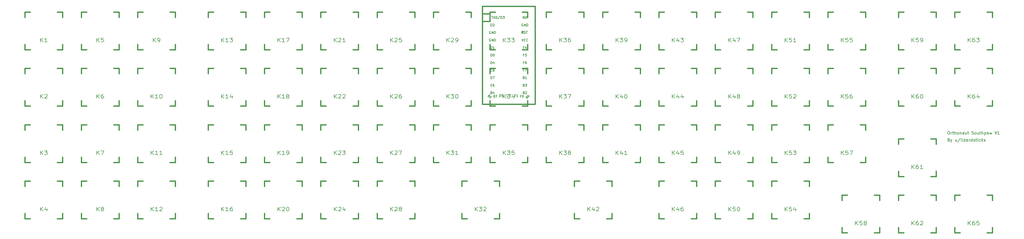
<source format=gbr>
G04 #@! TF.GenerationSoftware,KiCad,Pcbnew,(6.0.0-rc1-dev-577-ge0316af69)*
G04 #@! TF.CreationDate,2019-05-23T22:03:44-05:00*
G04 #@! TF.ProjectId,OrthonautSouthpaw,4F7274686F6E617574536F7574687061,v1*
G04 #@! TF.SameCoordinates,Original*
G04 #@! TF.FileFunction,Legend,Top*
G04 #@! TF.FilePolarity,Positive*
%FSLAX46Y46*%
G04 Gerber Fmt 4.6, Leading zero omitted, Abs format (unit mm)*
G04 Created by KiCad (PCBNEW (6.0.0-rc1-dev-577-ge0316af69)) date 05/23/19 22:03:44*
%MOMM*%
%LPD*%
G01*
G04 APERTURE LIST*
%ADD10C,0.150000*%
%ADD11C,0.381000*%
%ADD12C,0.203200*%
G04 APERTURE END LIST*
D10*
X355047619Y-65241071D02*
X355190476Y-65288690D01*
X355238095Y-65336309D01*
X355285714Y-65431547D01*
X355285714Y-65574404D01*
X355238095Y-65669642D01*
X355190476Y-65717261D01*
X355095238Y-65764880D01*
X354714285Y-65764880D01*
X354714285Y-64764880D01*
X355047619Y-64764880D01*
X355142857Y-64812500D01*
X355190476Y-64860119D01*
X355238095Y-64955357D01*
X355238095Y-65050595D01*
X355190476Y-65145833D01*
X355142857Y-65193452D01*
X355047619Y-65241071D01*
X354714285Y-65241071D01*
X355619047Y-65098214D02*
X355857142Y-65764880D01*
X356095238Y-65098214D02*
X355857142Y-65764880D01*
X355761904Y-66002976D01*
X355714285Y-66050595D01*
X355619047Y-66098214D01*
X357666666Y-65098214D02*
X357666666Y-65764880D01*
X357238095Y-65098214D02*
X357238095Y-65622023D01*
X357285714Y-65717261D01*
X357380952Y-65764880D01*
X357523809Y-65764880D01*
X357619047Y-65717261D01*
X357666666Y-65669642D01*
X358857142Y-64717261D02*
X358000000Y-66002976D01*
X359333333Y-65764880D02*
X359238095Y-65717261D01*
X359190476Y-65622023D01*
X359190476Y-64764880D01*
X359714285Y-65764880D02*
X359714285Y-65098214D01*
X359714285Y-64764880D02*
X359666666Y-64812500D01*
X359714285Y-64860119D01*
X359761904Y-64812500D01*
X359714285Y-64764880D01*
X359714285Y-64860119D01*
X360095238Y-65098214D02*
X360619047Y-65098214D01*
X360095238Y-65764880D01*
X360619047Y-65764880D01*
X361428571Y-65764880D02*
X361428571Y-65241071D01*
X361380952Y-65145833D01*
X361285714Y-65098214D01*
X361095238Y-65098214D01*
X361000000Y-65145833D01*
X361428571Y-65717261D02*
X361333333Y-65764880D01*
X361095238Y-65764880D01*
X361000000Y-65717261D01*
X360952380Y-65622023D01*
X360952380Y-65526785D01*
X361000000Y-65431547D01*
X361095238Y-65383928D01*
X361333333Y-65383928D01*
X361428571Y-65336309D01*
X361904761Y-65764880D02*
X361904761Y-65098214D01*
X361904761Y-65288690D02*
X361952380Y-65193452D01*
X362000000Y-65145833D01*
X362095238Y-65098214D01*
X362190476Y-65098214D01*
X362952380Y-65764880D02*
X362952380Y-64764880D01*
X362952380Y-65717261D02*
X362857142Y-65764880D01*
X362666666Y-65764880D01*
X362571428Y-65717261D01*
X362523809Y-65669642D01*
X362476190Y-65574404D01*
X362476190Y-65288690D01*
X362523809Y-65193452D01*
X362571428Y-65145833D01*
X362666666Y-65098214D01*
X362857142Y-65098214D01*
X362952380Y-65145833D01*
X363380952Y-65717261D02*
X363476190Y-65764880D01*
X363666666Y-65764880D01*
X363761904Y-65717261D01*
X363809523Y-65622023D01*
X363809523Y-65574404D01*
X363761904Y-65479166D01*
X363666666Y-65431547D01*
X363523809Y-65431547D01*
X363428571Y-65383928D01*
X363380952Y-65288690D01*
X363380952Y-65241071D01*
X363428571Y-65145833D01*
X363523809Y-65098214D01*
X363666666Y-65098214D01*
X363761904Y-65145833D01*
X364095238Y-65098214D02*
X364476190Y-65098214D01*
X364238095Y-64764880D02*
X364238095Y-65622023D01*
X364285714Y-65717261D01*
X364380952Y-65764880D01*
X364476190Y-65764880D01*
X364809523Y-65764880D02*
X364809523Y-65098214D01*
X364809523Y-64764880D02*
X364761904Y-64812500D01*
X364809523Y-64860119D01*
X364857142Y-64812500D01*
X364809523Y-64764880D01*
X364809523Y-64860119D01*
X365714285Y-65717261D02*
X365619047Y-65764880D01*
X365428571Y-65764880D01*
X365333333Y-65717261D01*
X365285714Y-65669642D01*
X365238095Y-65574404D01*
X365238095Y-65288690D01*
X365285714Y-65193452D01*
X365333333Y-65145833D01*
X365428571Y-65098214D01*
X365619047Y-65098214D01*
X365714285Y-65145833D01*
X366142857Y-65764880D02*
X366142857Y-64764880D01*
X366238095Y-65383928D02*
X366523809Y-65764880D01*
X366523809Y-65098214D02*
X366142857Y-65479166D01*
X366904761Y-65717261D02*
X366999999Y-65764880D01*
X367190476Y-65764880D01*
X367285714Y-65717261D01*
X367333333Y-65622023D01*
X367333333Y-65574404D01*
X367285714Y-65479166D01*
X367190476Y-65431547D01*
X367047619Y-65431547D01*
X366952380Y-65383928D01*
X366904761Y-65288690D01*
X366904761Y-65241071D01*
X366952380Y-65145833D01*
X367047619Y-65098214D01*
X367190476Y-65098214D01*
X367285714Y-65145833D01*
X354922619Y-62389880D02*
X355113095Y-62389880D01*
X355208333Y-62437500D01*
X355303571Y-62532738D01*
X355351190Y-62723214D01*
X355351190Y-63056547D01*
X355303571Y-63247023D01*
X355208333Y-63342261D01*
X355113095Y-63389880D01*
X354922619Y-63389880D01*
X354827380Y-63342261D01*
X354732142Y-63247023D01*
X354684523Y-63056547D01*
X354684523Y-62723214D01*
X354732142Y-62532738D01*
X354827380Y-62437500D01*
X354922619Y-62389880D01*
X355779761Y-63389880D02*
X355779761Y-62723214D01*
X355779761Y-62913690D02*
X355827380Y-62818452D01*
X355875000Y-62770833D01*
X355970238Y-62723214D01*
X356065476Y-62723214D01*
X356255952Y-62723214D02*
X356636904Y-62723214D01*
X356398809Y-62389880D02*
X356398809Y-63247023D01*
X356446428Y-63342261D01*
X356541666Y-63389880D01*
X356636904Y-63389880D01*
X356970238Y-63389880D02*
X356970238Y-62389880D01*
X357398809Y-63389880D02*
X357398809Y-62866071D01*
X357351190Y-62770833D01*
X357255952Y-62723214D01*
X357113095Y-62723214D01*
X357017857Y-62770833D01*
X356970238Y-62818452D01*
X358017857Y-63389880D02*
X357922619Y-63342261D01*
X357875000Y-63294642D01*
X357827380Y-63199404D01*
X357827380Y-62913690D01*
X357875000Y-62818452D01*
X357922619Y-62770833D01*
X358017857Y-62723214D01*
X358160714Y-62723214D01*
X358255952Y-62770833D01*
X358303571Y-62818452D01*
X358351190Y-62913690D01*
X358351190Y-63199404D01*
X358303571Y-63294642D01*
X358255952Y-63342261D01*
X358160714Y-63389880D01*
X358017857Y-63389880D01*
X358779761Y-62723214D02*
X358779761Y-63389880D01*
X358779761Y-62818452D02*
X358827380Y-62770833D01*
X358922619Y-62723214D01*
X359065476Y-62723214D01*
X359160714Y-62770833D01*
X359208333Y-62866071D01*
X359208333Y-63389880D01*
X360113095Y-63389880D02*
X360113095Y-62866071D01*
X360065476Y-62770833D01*
X359970238Y-62723214D01*
X359779761Y-62723214D01*
X359684523Y-62770833D01*
X360113095Y-63342261D02*
X360017857Y-63389880D01*
X359779761Y-63389880D01*
X359684523Y-63342261D01*
X359636904Y-63247023D01*
X359636904Y-63151785D01*
X359684523Y-63056547D01*
X359779761Y-63008928D01*
X360017857Y-63008928D01*
X360113095Y-62961309D01*
X361017857Y-62723214D02*
X361017857Y-63389880D01*
X360589285Y-62723214D02*
X360589285Y-63247023D01*
X360636904Y-63342261D01*
X360732142Y-63389880D01*
X360875000Y-63389880D01*
X360970238Y-63342261D01*
X361017857Y-63294642D01*
X361351190Y-62723214D02*
X361732142Y-62723214D01*
X361494047Y-62389880D02*
X361494047Y-63247023D01*
X361541666Y-63342261D01*
X361636904Y-63389880D01*
X361732142Y-63389880D01*
X362779761Y-63342261D02*
X362922619Y-63389880D01*
X363160714Y-63389880D01*
X363255952Y-63342261D01*
X363303571Y-63294642D01*
X363351190Y-63199404D01*
X363351190Y-63104166D01*
X363303571Y-63008928D01*
X363255952Y-62961309D01*
X363160714Y-62913690D01*
X362970238Y-62866071D01*
X362875000Y-62818452D01*
X362827380Y-62770833D01*
X362779761Y-62675595D01*
X362779761Y-62580357D01*
X362827380Y-62485119D01*
X362875000Y-62437500D01*
X362970238Y-62389880D01*
X363208333Y-62389880D01*
X363351190Y-62437500D01*
X363922619Y-63389880D02*
X363827380Y-63342261D01*
X363779761Y-63294642D01*
X363732142Y-63199404D01*
X363732142Y-62913690D01*
X363779761Y-62818452D01*
X363827380Y-62770833D01*
X363922619Y-62723214D01*
X364065476Y-62723214D01*
X364160714Y-62770833D01*
X364208333Y-62818452D01*
X364255952Y-62913690D01*
X364255952Y-63199404D01*
X364208333Y-63294642D01*
X364160714Y-63342261D01*
X364065476Y-63389880D01*
X363922619Y-63389880D01*
X365113095Y-62723214D02*
X365113095Y-63389880D01*
X364684523Y-62723214D02*
X364684523Y-63247023D01*
X364732142Y-63342261D01*
X364827380Y-63389880D01*
X364970238Y-63389880D01*
X365065476Y-63342261D01*
X365113095Y-63294642D01*
X365446428Y-62723214D02*
X365827380Y-62723214D01*
X365589285Y-62389880D02*
X365589285Y-63247023D01*
X365636904Y-63342261D01*
X365732142Y-63389880D01*
X365827380Y-63389880D01*
X366160714Y-63389880D02*
X366160714Y-62389880D01*
X366589285Y-63389880D02*
X366589285Y-62866071D01*
X366541666Y-62770833D01*
X366446428Y-62723214D01*
X366303571Y-62723214D01*
X366208333Y-62770833D01*
X366160714Y-62818452D01*
X367065476Y-62723214D02*
X367065476Y-63723214D01*
X367065476Y-62770833D02*
X367160714Y-62723214D01*
X367351190Y-62723214D01*
X367446428Y-62770833D01*
X367494047Y-62818452D01*
X367541666Y-62913690D01*
X367541666Y-63199404D01*
X367494047Y-63294642D01*
X367446428Y-63342261D01*
X367351190Y-63389880D01*
X367160714Y-63389880D01*
X367065476Y-63342261D01*
X368398809Y-63389880D02*
X368398809Y-62866071D01*
X368351190Y-62770833D01*
X368255952Y-62723214D01*
X368065476Y-62723214D01*
X367970238Y-62770833D01*
X368398809Y-63342261D02*
X368303571Y-63389880D01*
X368065476Y-63389880D01*
X367970238Y-63342261D01*
X367922619Y-63247023D01*
X367922619Y-63151785D01*
X367970238Y-63056547D01*
X368065476Y-63008928D01*
X368303571Y-63008928D01*
X368398809Y-62961309D01*
X368779761Y-62723214D02*
X368970238Y-63389880D01*
X369160714Y-62913690D01*
X369351190Y-63389880D01*
X369541666Y-62723214D01*
X370541666Y-62389880D02*
X370875000Y-63389880D01*
X371208333Y-62389880D01*
X372065476Y-63389880D02*
X371494047Y-63389880D01*
X371779761Y-63389880D02*
X371779761Y-62389880D01*
X371684523Y-62532738D01*
X371589285Y-62627976D01*
X371494047Y-62675595D01*
D11*
G04 #@! TO.C,K6*
X62525000Y-42928000D02*
X62525000Y-41150000D01*
X62525000Y-53850000D02*
X62525000Y-52072000D01*
X64303000Y-53850000D02*
X62525000Y-53850000D01*
X75225000Y-53850000D02*
X73447000Y-53850000D01*
X75225000Y-52072000D02*
X75225000Y-53850000D01*
X75225000Y-41150000D02*
X75225000Y-42928000D01*
X73447000Y-41150000D02*
X75225000Y-41150000D01*
X62525000Y-41150000D02*
X64303000Y-41150000D01*
G04 #@! TO.C,K58*
X319025000Y-83900000D02*
X320803000Y-83900000D01*
X329947000Y-83900000D02*
X331725000Y-83900000D01*
X331725000Y-83900000D02*
X331725000Y-85678000D01*
X331725000Y-94822000D02*
X331725000Y-96600000D01*
X331725000Y-96600000D02*
X329947000Y-96600000D01*
X320803000Y-96600000D02*
X319025000Y-96600000D01*
X319025000Y-96600000D02*
X319025000Y-94822000D01*
X319025000Y-85678000D02*
X319025000Y-83900000D01*
G04 #@! TO.C,K1*
X43525000Y-22150000D02*
X45303000Y-22150000D01*
X54447000Y-22150000D02*
X56225000Y-22150000D01*
X56225000Y-22150000D02*
X56225000Y-23928000D01*
X56225000Y-33072000D02*
X56225000Y-34850000D01*
X56225000Y-34850000D02*
X54447000Y-34850000D01*
X45303000Y-34850000D02*
X43525000Y-34850000D01*
X43525000Y-34850000D02*
X43525000Y-33072000D01*
X43525000Y-23928000D02*
X43525000Y-22150000D01*
G04 #@! TO.C,K2*
X43525000Y-42928000D02*
X43525000Y-41150000D01*
X43525000Y-53850000D02*
X43525000Y-52072000D01*
X45303000Y-53850000D02*
X43525000Y-53850000D01*
X56225000Y-53850000D02*
X54447000Y-53850000D01*
X56225000Y-52072000D02*
X56225000Y-53850000D01*
X56225000Y-41150000D02*
X56225000Y-42928000D01*
X54447000Y-41150000D02*
X56225000Y-41150000D01*
X43525000Y-41150000D02*
X45303000Y-41150000D01*
G04 #@! TO.C,K3*
X43525000Y-61928000D02*
X43525000Y-60150000D01*
X43525000Y-72850000D02*
X43525000Y-71072000D01*
X45303000Y-72850000D02*
X43525000Y-72850000D01*
X56225000Y-72850000D02*
X54447000Y-72850000D01*
X56225000Y-71072000D02*
X56225000Y-72850000D01*
X56225000Y-60150000D02*
X56225000Y-61928000D01*
X54447000Y-60150000D02*
X56225000Y-60150000D01*
X43525000Y-60150000D02*
X45303000Y-60150000D01*
G04 #@! TO.C,K5*
X62525000Y-22150000D02*
X64303000Y-22150000D01*
X73447000Y-22150000D02*
X75225000Y-22150000D01*
X75225000Y-22150000D02*
X75225000Y-23928000D01*
X75225000Y-33072000D02*
X75225000Y-34850000D01*
X75225000Y-34850000D02*
X73447000Y-34850000D01*
X64303000Y-34850000D02*
X62525000Y-34850000D01*
X62525000Y-34850000D02*
X62525000Y-33072000D01*
X62525000Y-23928000D02*
X62525000Y-22150000D01*
G04 #@! TO.C,K7*
X62525000Y-61928000D02*
X62525000Y-60150000D01*
X62525000Y-72850000D02*
X62525000Y-71072000D01*
X64303000Y-72850000D02*
X62525000Y-72850000D01*
X75225000Y-72850000D02*
X73447000Y-72850000D01*
X75225000Y-71072000D02*
X75225000Y-72850000D01*
X75225000Y-60150000D02*
X75225000Y-61928000D01*
X73447000Y-60150000D02*
X75225000Y-60150000D01*
X62525000Y-60150000D02*
X64303000Y-60150000D01*
G04 #@! TO.C,K8*
X62525000Y-79150000D02*
X64303000Y-79150000D01*
X73447000Y-79150000D02*
X75225000Y-79150000D01*
X75225000Y-79150000D02*
X75225000Y-80928000D01*
X75225000Y-90072000D02*
X75225000Y-91850000D01*
X75225000Y-91850000D02*
X73447000Y-91850000D01*
X64303000Y-91850000D02*
X62525000Y-91850000D01*
X62525000Y-91850000D02*
X62525000Y-90072000D01*
X62525000Y-80928000D02*
X62525000Y-79150000D01*
G04 #@! TO.C,K9*
X81525000Y-23928000D02*
X81525000Y-22150000D01*
X81525000Y-34850000D02*
X81525000Y-33072000D01*
X83303000Y-34850000D02*
X81525000Y-34850000D01*
X94225000Y-34850000D02*
X92447000Y-34850000D01*
X94225000Y-33072000D02*
X94225000Y-34850000D01*
X94225000Y-22150000D02*
X94225000Y-23928000D01*
X92447000Y-22150000D02*
X94225000Y-22150000D01*
X81525000Y-22150000D02*
X83303000Y-22150000D01*
G04 #@! TO.C,K10*
X81525000Y-42928000D02*
X81525000Y-41150000D01*
X81525000Y-53850000D02*
X81525000Y-52072000D01*
X83303000Y-53850000D02*
X81525000Y-53850000D01*
X94225000Y-53850000D02*
X92447000Y-53850000D01*
X94225000Y-52072000D02*
X94225000Y-53850000D01*
X94225000Y-41150000D02*
X94225000Y-42928000D01*
X92447000Y-41150000D02*
X94225000Y-41150000D01*
X81525000Y-41150000D02*
X83303000Y-41150000D01*
G04 #@! TO.C,K11*
X81525000Y-60150000D02*
X83303000Y-60150000D01*
X92447000Y-60150000D02*
X94225000Y-60150000D01*
X94225000Y-60150000D02*
X94225000Y-61928000D01*
X94225000Y-71072000D02*
X94225000Y-72850000D01*
X94225000Y-72850000D02*
X92447000Y-72850000D01*
X83303000Y-72850000D02*
X81525000Y-72850000D01*
X81525000Y-72850000D02*
X81525000Y-71072000D01*
X81525000Y-61928000D02*
X81525000Y-60150000D01*
G04 #@! TO.C,K12*
X81525000Y-80928000D02*
X81525000Y-79150000D01*
X81525000Y-91850000D02*
X81525000Y-90072000D01*
X83303000Y-91850000D02*
X81525000Y-91850000D01*
X94225000Y-91850000D02*
X92447000Y-91850000D01*
X94225000Y-90072000D02*
X94225000Y-91850000D01*
X94225000Y-79150000D02*
X94225000Y-80928000D01*
X92447000Y-79150000D02*
X94225000Y-79150000D01*
X81525000Y-79150000D02*
X83303000Y-79150000D01*
G04 #@! TO.C,K13*
X105275000Y-22150000D02*
X107053000Y-22150000D01*
X116197000Y-22150000D02*
X117975000Y-22150000D01*
X117975000Y-22150000D02*
X117975000Y-23928000D01*
X117975000Y-33072000D02*
X117975000Y-34850000D01*
X117975000Y-34850000D02*
X116197000Y-34850000D01*
X107053000Y-34850000D02*
X105275000Y-34850000D01*
X105275000Y-34850000D02*
X105275000Y-33072000D01*
X105275000Y-23928000D02*
X105275000Y-22150000D01*
G04 #@! TO.C,K14*
X105275000Y-42928000D02*
X105275000Y-41150000D01*
X105275000Y-53850000D02*
X105275000Y-52072000D01*
X107053000Y-53850000D02*
X105275000Y-53850000D01*
X117975000Y-53850000D02*
X116197000Y-53850000D01*
X117975000Y-52072000D02*
X117975000Y-53850000D01*
X117975000Y-41150000D02*
X117975000Y-42928000D01*
X116197000Y-41150000D02*
X117975000Y-41150000D01*
X105275000Y-41150000D02*
X107053000Y-41150000D01*
G04 #@! TO.C,K15*
X105275000Y-60150000D02*
X107053000Y-60150000D01*
X116197000Y-60150000D02*
X117975000Y-60150000D01*
X117975000Y-60150000D02*
X117975000Y-61928000D01*
X117975000Y-71072000D02*
X117975000Y-72850000D01*
X117975000Y-72850000D02*
X116197000Y-72850000D01*
X107053000Y-72850000D02*
X105275000Y-72850000D01*
X105275000Y-72850000D02*
X105275000Y-71072000D01*
X105275000Y-61928000D02*
X105275000Y-60150000D01*
G04 #@! TO.C,K16*
X105275000Y-79150000D02*
X107053000Y-79150000D01*
X116197000Y-79150000D02*
X117975000Y-79150000D01*
X117975000Y-79150000D02*
X117975000Y-80928000D01*
X117975000Y-90072000D02*
X117975000Y-91850000D01*
X117975000Y-91850000D02*
X116197000Y-91850000D01*
X107053000Y-91850000D02*
X105275000Y-91850000D01*
X105275000Y-91850000D02*
X105275000Y-90072000D01*
X105275000Y-80928000D02*
X105275000Y-79150000D01*
G04 #@! TO.C,K17*
X124275000Y-23928000D02*
X124275000Y-22150000D01*
X124275000Y-34850000D02*
X124275000Y-33072000D01*
X126053000Y-34850000D02*
X124275000Y-34850000D01*
X136975000Y-34850000D02*
X135197000Y-34850000D01*
X136975000Y-33072000D02*
X136975000Y-34850000D01*
X136975000Y-22150000D02*
X136975000Y-23928000D01*
X135197000Y-22150000D02*
X136975000Y-22150000D01*
X124275000Y-22150000D02*
X126053000Y-22150000D01*
G04 #@! TO.C,K18*
X124275000Y-41150000D02*
X126053000Y-41150000D01*
X135197000Y-41150000D02*
X136975000Y-41150000D01*
X136975000Y-41150000D02*
X136975000Y-42928000D01*
X136975000Y-52072000D02*
X136975000Y-53850000D01*
X136975000Y-53850000D02*
X135197000Y-53850000D01*
X126053000Y-53850000D02*
X124275000Y-53850000D01*
X124275000Y-53850000D02*
X124275000Y-52072000D01*
X124275000Y-42928000D02*
X124275000Y-41150000D01*
G04 #@! TO.C,K19*
X124275000Y-60150000D02*
X126053000Y-60150000D01*
X135197000Y-60150000D02*
X136975000Y-60150000D01*
X136975000Y-60150000D02*
X136975000Y-61928000D01*
X136975000Y-71072000D02*
X136975000Y-72850000D01*
X136975000Y-72850000D02*
X135197000Y-72850000D01*
X126053000Y-72850000D02*
X124275000Y-72850000D01*
X124275000Y-72850000D02*
X124275000Y-71072000D01*
X124275000Y-61928000D02*
X124275000Y-60150000D01*
G04 #@! TO.C,K20*
X124275000Y-80928000D02*
X124275000Y-79150000D01*
X124275000Y-91850000D02*
X124275000Y-90072000D01*
X126053000Y-91850000D02*
X124275000Y-91850000D01*
X136975000Y-91850000D02*
X135197000Y-91850000D01*
X136975000Y-90072000D02*
X136975000Y-91850000D01*
X136975000Y-79150000D02*
X136975000Y-80928000D01*
X135197000Y-79150000D02*
X136975000Y-79150000D01*
X124275000Y-79150000D02*
X126053000Y-79150000D01*
G04 #@! TO.C,K21*
X143275000Y-22150000D02*
X145053000Y-22150000D01*
X154197000Y-22150000D02*
X155975000Y-22150000D01*
X155975000Y-22150000D02*
X155975000Y-23928000D01*
X155975000Y-33072000D02*
X155975000Y-34850000D01*
X155975000Y-34850000D02*
X154197000Y-34850000D01*
X145053000Y-34850000D02*
X143275000Y-34850000D01*
X143275000Y-34850000D02*
X143275000Y-33072000D01*
X143275000Y-23928000D02*
X143275000Y-22150000D01*
G04 #@! TO.C,K22*
X143275000Y-41150000D02*
X145053000Y-41150000D01*
X154197000Y-41150000D02*
X155975000Y-41150000D01*
X155975000Y-41150000D02*
X155975000Y-42928000D01*
X155975000Y-52072000D02*
X155975000Y-53850000D01*
X155975000Y-53850000D02*
X154197000Y-53850000D01*
X145053000Y-53850000D02*
X143275000Y-53850000D01*
X143275000Y-53850000D02*
X143275000Y-52072000D01*
X143275000Y-42928000D02*
X143275000Y-41150000D01*
G04 #@! TO.C,K23*
X143275000Y-61928000D02*
X143275000Y-60150000D01*
X143275000Y-72850000D02*
X143275000Y-71072000D01*
X145053000Y-72850000D02*
X143275000Y-72850000D01*
X155975000Y-72850000D02*
X154197000Y-72850000D01*
X155975000Y-71072000D02*
X155975000Y-72850000D01*
X155975000Y-60150000D02*
X155975000Y-61928000D01*
X154197000Y-60150000D02*
X155975000Y-60150000D01*
X143275000Y-60150000D02*
X145053000Y-60150000D01*
G04 #@! TO.C,K24*
X143275000Y-80928000D02*
X143275000Y-79150000D01*
X143275000Y-91850000D02*
X143275000Y-90072000D01*
X145053000Y-91850000D02*
X143275000Y-91850000D01*
X155975000Y-91850000D02*
X154197000Y-91850000D01*
X155975000Y-90072000D02*
X155975000Y-91850000D01*
X155975000Y-79150000D02*
X155975000Y-80928000D01*
X154197000Y-79150000D02*
X155975000Y-79150000D01*
X143275000Y-79150000D02*
X145053000Y-79150000D01*
G04 #@! TO.C,K25*
X162275000Y-23928000D02*
X162275000Y-22150000D01*
X162275000Y-34850000D02*
X162275000Y-33072000D01*
X164053000Y-34850000D02*
X162275000Y-34850000D01*
X174975000Y-34850000D02*
X173197000Y-34850000D01*
X174975000Y-33072000D02*
X174975000Y-34850000D01*
X174975000Y-22150000D02*
X174975000Y-23928000D01*
X173197000Y-22150000D02*
X174975000Y-22150000D01*
X162275000Y-22150000D02*
X164053000Y-22150000D01*
G04 #@! TO.C,K26*
X162275000Y-42928000D02*
X162275000Y-41150000D01*
X162275000Y-53850000D02*
X162275000Y-52072000D01*
X164053000Y-53850000D02*
X162275000Y-53850000D01*
X174975000Y-53850000D02*
X173197000Y-53850000D01*
X174975000Y-52072000D02*
X174975000Y-53850000D01*
X174975000Y-41150000D02*
X174975000Y-42928000D01*
X173197000Y-41150000D02*
X174975000Y-41150000D01*
X162275000Y-41150000D02*
X164053000Y-41150000D01*
G04 #@! TO.C,K27*
X162275000Y-60150000D02*
X164053000Y-60150000D01*
X173197000Y-60150000D02*
X174975000Y-60150000D01*
X174975000Y-60150000D02*
X174975000Y-61928000D01*
X174975000Y-71072000D02*
X174975000Y-72850000D01*
X174975000Y-72850000D02*
X173197000Y-72850000D01*
X164053000Y-72850000D02*
X162275000Y-72850000D01*
X162275000Y-72850000D02*
X162275000Y-71072000D01*
X162275000Y-61928000D02*
X162275000Y-60150000D01*
G04 #@! TO.C,K28*
X162275000Y-79150000D02*
X164053000Y-79150000D01*
X173197000Y-79150000D02*
X174975000Y-79150000D01*
X174975000Y-79150000D02*
X174975000Y-80928000D01*
X174975000Y-90072000D02*
X174975000Y-91850000D01*
X174975000Y-91850000D02*
X173197000Y-91850000D01*
X164053000Y-91850000D02*
X162275000Y-91850000D01*
X162275000Y-91850000D02*
X162275000Y-90072000D01*
X162275000Y-80928000D02*
X162275000Y-79150000D01*
G04 #@! TO.C,K29*
X181275000Y-22150000D02*
X183053000Y-22150000D01*
X192197000Y-22150000D02*
X193975000Y-22150000D01*
X193975000Y-22150000D02*
X193975000Y-23928000D01*
X193975000Y-33072000D02*
X193975000Y-34850000D01*
X193975000Y-34850000D02*
X192197000Y-34850000D01*
X183053000Y-34850000D02*
X181275000Y-34850000D01*
X181275000Y-34850000D02*
X181275000Y-33072000D01*
X181275000Y-23928000D02*
X181275000Y-22150000D01*
G04 #@! TO.C,K30*
X181275000Y-41150000D02*
X183053000Y-41150000D01*
X192197000Y-41150000D02*
X193975000Y-41150000D01*
X193975000Y-41150000D02*
X193975000Y-42928000D01*
X193975000Y-52072000D02*
X193975000Y-53850000D01*
X193975000Y-53850000D02*
X192197000Y-53850000D01*
X183053000Y-53850000D02*
X181275000Y-53850000D01*
X181275000Y-53850000D02*
X181275000Y-52072000D01*
X181275000Y-42928000D02*
X181275000Y-41150000D01*
G04 #@! TO.C,K31*
X181275000Y-61928000D02*
X181275000Y-60150000D01*
X181275000Y-72850000D02*
X181275000Y-71072000D01*
X183053000Y-72850000D02*
X181275000Y-72850000D01*
X193975000Y-72850000D02*
X192197000Y-72850000D01*
X193975000Y-71072000D02*
X193975000Y-72850000D01*
X193975000Y-60150000D02*
X193975000Y-61928000D01*
X192197000Y-60150000D02*
X193975000Y-60150000D01*
X181275000Y-60150000D02*
X183053000Y-60150000D01*
G04 #@! TO.C,K32*
X190775000Y-80928000D02*
X190775000Y-79150000D01*
X190775000Y-91850000D02*
X190775000Y-90072000D01*
X192553000Y-91850000D02*
X190775000Y-91850000D01*
X203475000Y-91850000D02*
X201697000Y-91850000D01*
X203475000Y-90072000D02*
X203475000Y-91850000D01*
X203475000Y-79150000D02*
X203475000Y-80928000D01*
X201697000Y-79150000D02*
X203475000Y-79150000D01*
X190775000Y-79150000D02*
X192553000Y-79150000D01*
G04 #@! TO.C,K33*
X200275000Y-23928000D02*
X200275000Y-22150000D01*
X200275000Y-34850000D02*
X200275000Y-33072000D01*
X202053000Y-34850000D02*
X200275000Y-34850000D01*
X212975000Y-34850000D02*
X211197000Y-34850000D01*
X212975000Y-33072000D02*
X212975000Y-34850000D01*
X212975000Y-22150000D02*
X212975000Y-23928000D01*
X211197000Y-22150000D02*
X212975000Y-22150000D01*
X200275000Y-22150000D02*
X202053000Y-22150000D01*
G04 #@! TO.C,K34*
X200275000Y-41150000D02*
X202053000Y-41150000D01*
X211197000Y-41150000D02*
X212975000Y-41150000D01*
X212975000Y-41150000D02*
X212975000Y-42928000D01*
X212975000Y-52072000D02*
X212975000Y-53850000D01*
X212975000Y-53850000D02*
X211197000Y-53850000D01*
X202053000Y-53850000D02*
X200275000Y-53850000D01*
X200275000Y-53850000D02*
X200275000Y-52072000D01*
X200275000Y-42928000D02*
X200275000Y-41150000D01*
G04 #@! TO.C,K35*
X200275000Y-61928000D02*
X200275000Y-60150000D01*
X200275000Y-72850000D02*
X200275000Y-71072000D01*
X202053000Y-72850000D02*
X200275000Y-72850000D01*
X212975000Y-72850000D02*
X211197000Y-72850000D01*
X212975000Y-71072000D02*
X212975000Y-72850000D01*
X212975000Y-60150000D02*
X212975000Y-61928000D01*
X211197000Y-60150000D02*
X212975000Y-60150000D01*
X200275000Y-60150000D02*
X202053000Y-60150000D01*
G04 #@! TO.C,K36*
X219275000Y-22150000D02*
X221053000Y-22150000D01*
X230197000Y-22150000D02*
X231975000Y-22150000D01*
X231975000Y-22150000D02*
X231975000Y-23928000D01*
X231975000Y-33072000D02*
X231975000Y-34850000D01*
X231975000Y-34850000D02*
X230197000Y-34850000D01*
X221053000Y-34850000D02*
X219275000Y-34850000D01*
X219275000Y-34850000D02*
X219275000Y-33072000D01*
X219275000Y-23928000D02*
X219275000Y-22150000D01*
G04 #@! TO.C,K37*
X219275000Y-42928000D02*
X219275000Y-41150000D01*
X219275000Y-53850000D02*
X219275000Y-52072000D01*
X221053000Y-53850000D02*
X219275000Y-53850000D01*
X231975000Y-53850000D02*
X230197000Y-53850000D01*
X231975000Y-52072000D02*
X231975000Y-53850000D01*
X231975000Y-41150000D02*
X231975000Y-42928000D01*
X230197000Y-41150000D02*
X231975000Y-41150000D01*
X219275000Y-41150000D02*
X221053000Y-41150000D01*
G04 #@! TO.C,K38*
X219275000Y-60150000D02*
X221053000Y-60150000D01*
X230197000Y-60150000D02*
X231975000Y-60150000D01*
X231975000Y-60150000D02*
X231975000Y-61928000D01*
X231975000Y-71072000D02*
X231975000Y-72850000D01*
X231975000Y-72850000D02*
X230197000Y-72850000D01*
X221053000Y-72850000D02*
X219275000Y-72850000D01*
X219275000Y-72850000D02*
X219275000Y-71072000D01*
X219275000Y-61928000D02*
X219275000Y-60150000D01*
G04 #@! TO.C,K39*
X238275000Y-23928000D02*
X238275000Y-22150000D01*
X238275000Y-34850000D02*
X238275000Y-33072000D01*
X240053000Y-34850000D02*
X238275000Y-34850000D01*
X250975000Y-34850000D02*
X249197000Y-34850000D01*
X250975000Y-33072000D02*
X250975000Y-34850000D01*
X250975000Y-22150000D02*
X250975000Y-23928000D01*
X249197000Y-22150000D02*
X250975000Y-22150000D01*
X238275000Y-22150000D02*
X240053000Y-22150000D01*
G04 #@! TO.C,K40*
X238275000Y-41150000D02*
X240053000Y-41150000D01*
X249197000Y-41150000D02*
X250975000Y-41150000D01*
X250975000Y-41150000D02*
X250975000Y-42928000D01*
X250975000Y-52072000D02*
X250975000Y-53850000D01*
X250975000Y-53850000D02*
X249197000Y-53850000D01*
X240053000Y-53850000D02*
X238275000Y-53850000D01*
X238275000Y-53850000D02*
X238275000Y-52072000D01*
X238275000Y-42928000D02*
X238275000Y-41150000D01*
G04 #@! TO.C,K41*
X238275000Y-61928000D02*
X238275000Y-60150000D01*
X238275000Y-72850000D02*
X238275000Y-71072000D01*
X240053000Y-72850000D02*
X238275000Y-72850000D01*
X250975000Y-72850000D02*
X249197000Y-72850000D01*
X250975000Y-71072000D02*
X250975000Y-72850000D01*
X250975000Y-60150000D02*
X250975000Y-61928000D01*
X249197000Y-60150000D02*
X250975000Y-60150000D01*
X238275000Y-60150000D02*
X240053000Y-60150000D01*
G04 #@! TO.C,K42*
X228775000Y-79150000D02*
X230553000Y-79150000D01*
X239697000Y-79150000D02*
X241475000Y-79150000D01*
X241475000Y-79150000D02*
X241475000Y-80928000D01*
X241475000Y-90072000D02*
X241475000Y-91850000D01*
X241475000Y-91850000D02*
X239697000Y-91850000D01*
X230553000Y-91850000D02*
X228775000Y-91850000D01*
X228775000Y-91850000D02*
X228775000Y-90072000D01*
X228775000Y-80928000D02*
X228775000Y-79150000D01*
G04 #@! TO.C,K43*
X257275000Y-22150000D02*
X259053000Y-22150000D01*
X268197000Y-22150000D02*
X269975000Y-22150000D01*
X269975000Y-22150000D02*
X269975000Y-23928000D01*
X269975000Y-33072000D02*
X269975000Y-34850000D01*
X269975000Y-34850000D02*
X268197000Y-34850000D01*
X259053000Y-34850000D02*
X257275000Y-34850000D01*
X257275000Y-34850000D02*
X257275000Y-33072000D01*
X257275000Y-23928000D02*
X257275000Y-22150000D01*
G04 #@! TO.C,K44*
X257275000Y-42928000D02*
X257275000Y-41150000D01*
X257275000Y-53850000D02*
X257275000Y-52072000D01*
X259053000Y-53850000D02*
X257275000Y-53850000D01*
X269975000Y-53850000D02*
X268197000Y-53850000D01*
X269975000Y-52072000D02*
X269975000Y-53850000D01*
X269975000Y-41150000D02*
X269975000Y-42928000D01*
X268197000Y-41150000D02*
X269975000Y-41150000D01*
X257275000Y-41150000D02*
X259053000Y-41150000D01*
G04 #@! TO.C,K45*
X257275000Y-60150000D02*
X259053000Y-60150000D01*
X268197000Y-60150000D02*
X269975000Y-60150000D01*
X269975000Y-60150000D02*
X269975000Y-61928000D01*
X269975000Y-71072000D02*
X269975000Y-72850000D01*
X269975000Y-72850000D02*
X268197000Y-72850000D01*
X259053000Y-72850000D02*
X257275000Y-72850000D01*
X257275000Y-72850000D02*
X257275000Y-71072000D01*
X257275000Y-61928000D02*
X257275000Y-60150000D01*
G04 #@! TO.C,K46*
X257275000Y-80928000D02*
X257275000Y-79150000D01*
X257275000Y-91850000D02*
X257275000Y-90072000D01*
X259053000Y-91850000D02*
X257275000Y-91850000D01*
X269975000Y-91850000D02*
X268197000Y-91850000D01*
X269975000Y-90072000D02*
X269975000Y-91850000D01*
X269975000Y-79150000D02*
X269975000Y-80928000D01*
X268197000Y-79150000D02*
X269975000Y-79150000D01*
X257275000Y-79150000D02*
X259053000Y-79150000D01*
G04 #@! TO.C,K47*
X276275000Y-22150000D02*
X278053000Y-22150000D01*
X287197000Y-22150000D02*
X288975000Y-22150000D01*
X288975000Y-22150000D02*
X288975000Y-23928000D01*
X288975000Y-33072000D02*
X288975000Y-34850000D01*
X288975000Y-34850000D02*
X287197000Y-34850000D01*
X278053000Y-34850000D02*
X276275000Y-34850000D01*
X276275000Y-34850000D02*
X276275000Y-33072000D01*
X276275000Y-23928000D02*
X276275000Y-22150000D01*
G04 #@! TO.C,K48*
X276275000Y-42928000D02*
X276275000Y-41150000D01*
X276275000Y-53850000D02*
X276275000Y-52072000D01*
X278053000Y-53850000D02*
X276275000Y-53850000D01*
X288975000Y-53850000D02*
X287197000Y-53850000D01*
X288975000Y-52072000D02*
X288975000Y-53850000D01*
X288975000Y-41150000D02*
X288975000Y-42928000D01*
X287197000Y-41150000D02*
X288975000Y-41150000D01*
X276275000Y-41150000D02*
X278053000Y-41150000D01*
G04 #@! TO.C,K49*
X276275000Y-61928000D02*
X276275000Y-60150000D01*
X276275000Y-72850000D02*
X276275000Y-71072000D01*
X278053000Y-72850000D02*
X276275000Y-72850000D01*
X288975000Y-72850000D02*
X287197000Y-72850000D01*
X288975000Y-71072000D02*
X288975000Y-72850000D01*
X288975000Y-60150000D02*
X288975000Y-61928000D01*
X287197000Y-60150000D02*
X288975000Y-60150000D01*
X276275000Y-60150000D02*
X278053000Y-60150000D01*
G04 #@! TO.C,K50*
X276275000Y-79150000D02*
X278053000Y-79150000D01*
X287197000Y-79150000D02*
X288975000Y-79150000D01*
X288975000Y-79150000D02*
X288975000Y-80928000D01*
X288975000Y-90072000D02*
X288975000Y-91850000D01*
X288975000Y-91850000D02*
X287197000Y-91850000D01*
X278053000Y-91850000D02*
X276275000Y-91850000D01*
X276275000Y-91850000D02*
X276275000Y-90072000D01*
X276275000Y-80928000D02*
X276275000Y-79150000D01*
G04 #@! TO.C,K51*
X295275000Y-23928000D02*
X295275000Y-22150000D01*
X295275000Y-34850000D02*
X295275000Y-33072000D01*
X297053000Y-34850000D02*
X295275000Y-34850000D01*
X307975000Y-34850000D02*
X306197000Y-34850000D01*
X307975000Y-33072000D02*
X307975000Y-34850000D01*
X307975000Y-22150000D02*
X307975000Y-23928000D01*
X306197000Y-22150000D02*
X307975000Y-22150000D01*
X295275000Y-22150000D02*
X297053000Y-22150000D01*
G04 #@! TO.C,K52*
X295275000Y-41150000D02*
X297053000Y-41150000D01*
X306197000Y-41150000D02*
X307975000Y-41150000D01*
X307975000Y-41150000D02*
X307975000Y-42928000D01*
X307975000Y-52072000D02*
X307975000Y-53850000D01*
X307975000Y-53850000D02*
X306197000Y-53850000D01*
X297053000Y-53850000D02*
X295275000Y-53850000D01*
X295275000Y-53850000D02*
X295275000Y-52072000D01*
X295275000Y-42928000D02*
X295275000Y-41150000D01*
G04 #@! TO.C,K53*
X295275000Y-61928000D02*
X295275000Y-60150000D01*
X295275000Y-72850000D02*
X295275000Y-71072000D01*
X297053000Y-72850000D02*
X295275000Y-72850000D01*
X307975000Y-72850000D02*
X306197000Y-72850000D01*
X307975000Y-71072000D02*
X307975000Y-72850000D01*
X307975000Y-60150000D02*
X307975000Y-61928000D01*
X306197000Y-60150000D02*
X307975000Y-60150000D01*
X295275000Y-60150000D02*
X297053000Y-60150000D01*
G04 #@! TO.C,K54*
X295275000Y-79150000D02*
X297053000Y-79150000D01*
X306197000Y-79150000D02*
X307975000Y-79150000D01*
X307975000Y-79150000D02*
X307975000Y-80928000D01*
X307975000Y-90072000D02*
X307975000Y-91850000D01*
X307975000Y-91850000D02*
X306197000Y-91850000D01*
X297053000Y-91850000D02*
X295275000Y-91850000D01*
X295275000Y-91850000D02*
X295275000Y-90072000D01*
X295275000Y-80928000D02*
X295275000Y-79150000D01*
G04 #@! TO.C,K55*
X314275000Y-23928000D02*
X314275000Y-22150000D01*
X314275000Y-34850000D02*
X314275000Y-33072000D01*
X316053000Y-34850000D02*
X314275000Y-34850000D01*
X326975000Y-34850000D02*
X325197000Y-34850000D01*
X326975000Y-33072000D02*
X326975000Y-34850000D01*
X326975000Y-22150000D02*
X326975000Y-23928000D01*
X325197000Y-22150000D02*
X326975000Y-22150000D01*
X314275000Y-22150000D02*
X316053000Y-22150000D01*
G04 #@! TO.C,K56*
X314275000Y-41150000D02*
X316053000Y-41150000D01*
X325197000Y-41150000D02*
X326975000Y-41150000D01*
X326975000Y-41150000D02*
X326975000Y-42928000D01*
X326975000Y-52072000D02*
X326975000Y-53850000D01*
X326975000Y-53850000D02*
X325197000Y-53850000D01*
X316053000Y-53850000D02*
X314275000Y-53850000D01*
X314275000Y-53850000D02*
X314275000Y-52072000D01*
X314275000Y-42928000D02*
X314275000Y-41150000D01*
G04 #@! TO.C,K57*
X314275000Y-60150000D02*
X316053000Y-60150000D01*
X325197000Y-60150000D02*
X326975000Y-60150000D01*
X326975000Y-60150000D02*
X326975000Y-61928000D01*
X326975000Y-71072000D02*
X326975000Y-72850000D01*
X326975000Y-72850000D02*
X325197000Y-72850000D01*
X316053000Y-72850000D02*
X314275000Y-72850000D01*
X314275000Y-72850000D02*
X314275000Y-71072000D01*
X314275000Y-61928000D02*
X314275000Y-60150000D01*
G04 #@! TO.C,K59*
X338025000Y-23928000D02*
X338025000Y-22150000D01*
X338025000Y-34850000D02*
X338025000Y-33072000D01*
X339803000Y-34850000D02*
X338025000Y-34850000D01*
X350725000Y-34850000D02*
X348947000Y-34850000D01*
X350725000Y-33072000D02*
X350725000Y-34850000D01*
X350725000Y-22150000D02*
X350725000Y-23928000D01*
X348947000Y-22150000D02*
X350725000Y-22150000D01*
X338025000Y-22150000D02*
X339803000Y-22150000D01*
G04 #@! TO.C,K60*
X338025000Y-41150000D02*
X339803000Y-41150000D01*
X348947000Y-41150000D02*
X350725000Y-41150000D01*
X350725000Y-41150000D02*
X350725000Y-42928000D01*
X350725000Y-52072000D02*
X350725000Y-53850000D01*
X350725000Y-53850000D02*
X348947000Y-53850000D01*
X339803000Y-53850000D02*
X338025000Y-53850000D01*
X338025000Y-53850000D02*
X338025000Y-52072000D01*
X338025000Y-42928000D02*
X338025000Y-41150000D01*
G04 #@! TO.C,K61*
X338025000Y-66678000D02*
X338025000Y-64900000D01*
X338025000Y-77600000D02*
X338025000Y-75822000D01*
X339803000Y-77600000D02*
X338025000Y-77600000D01*
X350725000Y-77600000D02*
X348947000Y-77600000D01*
X350725000Y-75822000D02*
X350725000Y-77600000D01*
X350725000Y-64900000D02*
X350725000Y-66678000D01*
X348947000Y-64900000D02*
X350725000Y-64900000D01*
X338025000Y-64900000D02*
X339803000Y-64900000D01*
G04 #@! TO.C,K62*
X338025000Y-83900000D02*
X339803000Y-83900000D01*
X348947000Y-83900000D02*
X350725000Y-83900000D01*
X350725000Y-83900000D02*
X350725000Y-85678000D01*
X350725000Y-94822000D02*
X350725000Y-96600000D01*
X350725000Y-96600000D02*
X348947000Y-96600000D01*
X339803000Y-96600000D02*
X338025000Y-96600000D01*
X338025000Y-96600000D02*
X338025000Y-94822000D01*
X338025000Y-85678000D02*
X338025000Y-83900000D01*
G04 #@! TO.C,K63*
X357025000Y-23928000D02*
X357025000Y-22150000D01*
X357025000Y-34850000D02*
X357025000Y-33072000D01*
X358803000Y-34850000D02*
X357025000Y-34850000D01*
X369725000Y-34850000D02*
X367947000Y-34850000D01*
X369725000Y-33072000D02*
X369725000Y-34850000D01*
X369725000Y-22150000D02*
X369725000Y-23928000D01*
X367947000Y-22150000D02*
X369725000Y-22150000D01*
X357025000Y-22150000D02*
X358803000Y-22150000D01*
G04 #@! TO.C,K64*
X357025000Y-41150000D02*
X358803000Y-41150000D01*
X367947000Y-41150000D02*
X369725000Y-41150000D01*
X369725000Y-41150000D02*
X369725000Y-42928000D01*
X369725000Y-52072000D02*
X369725000Y-53850000D01*
X369725000Y-53850000D02*
X367947000Y-53850000D01*
X358803000Y-53850000D02*
X357025000Y-53850000D01*
X357025000Y-53850000D02*
X357025000Y-52072000D01*
X357025000Y-42928000D02*
X357025000Y-41150000D01*
G04 #@! TO.C,K65*
X357025000Y-85678000D02*
X357025000Y-83900000D01*
X357025000Y-96600000D02*
X357025000Y-94822000D01*
X358803000Y-96600000D02*
X357025000Y-96600000D01*
X369725000Y-96600000D02*
X367947000Y-96600000D01*
X369725000Y-94822000D02*
X369725000Y-96600000D01*
X369725000Y-83900000D02*
X369725000Y-85678000D01*
X367947000Y-83900000D02*
X369725000Y-83900000D01*
X357025000Y-83900000D02*
X358803000Y-83900000D01*
G04 #@! TO.C,U1*
X197735000Y-22760000D02*
X197735000Y-53240000D01*
X197735000Y-53240000D02*
X215515000Y-53240000D01*
X215515000Y-53240000D02*
X215515000Y-22760000D01*
X200275000Y-22760000D02*
X200275000Y-25300000D01*
X200275000Y-25300000D02*
X197735000Y-25300000D01*
D10*
G36*
X211556568Y-28639360D02*
X211556568Y-28939360D01*
X211456568Y-28939360D01*
X211456568Y-28639360D01*
X211556568Y-28639360D01*
G37*
X211556568Y-28639360D02*
X211556568Y-28939360D01*
X211456568Y-28939360D01*
X211456568Y-28639360D01*
X211556568Y-28639360D01*
G36*
X211356568Y-29039360D02*
X211356568Y-29139360D01*
X211256568Y-29139360D01*
X211256568Y-29039360D01*
X211356568Y-29039360D01*
G37*
X211356568Y-29039360D02*
X211356568Y-29139360D01*
X211256568Y-29139360D01*
X211256568Y-29039360D01*
X211356568Y-29039360D01*
G36*
X211556568Y-28639360D02*
X211556568Y-28739360D01*
X211056568Y-28739360D01*
X211056568Y-28639360D01*
X211556568Y-28639360D01*
G37*
X211556568Y-28639360D02*
X211556568Y-28739360D01*
X211056568Y-28739360D01*
X211056568Y-28639360D01*
X211556568Y-28639360D01*
G36*
X211156568Y-28639360D02*
X211156568Y-29439360D01*
X211056568Y-29439360D01*
X211056568Y-28639360D01*
X211156568Y-28639360D01*
G37*
X211156568Y-28639360D02*
X211156568Y-29439360D01*
X211056568Y-29439360D01*
X211056568Y-28639360D01*
X211156568Y-28639360D01*
G36*
X211556568Y-29239360D02*
X211556568Y-29439360D01*
X211456568Y-29439360D01*
X211456568Y-29239360D01*
X211556568Y-29239360D01*
G37*
X211556568Y-29239360D02*
X211556568Y-29439360D01*
X211456568Y-29439360D01*
X211456568Y-29239360D01*
X211556568Y-29239360D01*
D11*
X215515000Y-22760000D02*
X215515000Y-20220000D01*
X215515000Y-20220000D02*
X197735000Y-20220000D01*
X197735000Y-20220000D02*
X197735000Y-22760000D01*
X200275000Y-22760000D02*
X197735000Y-22760000D01*
G04 #@! TO.C,K4*
X43525000Y-79150000D02*
X45303000Y-79150000D01*
X54447000Y-79150000D02*
X56225000Y-79150000D01*
X56225000Y-79150000D02*
X56225000Y-80928000D01*
X56225000Y-90072000D02*
X56225000Y-91850000D01*
X56225000Y-91850000D02*
X54447000Y-91850000D01*
X45303000Y-91850000D02*
X43525000Y-91850000D01*
X43525000Y-91850000D02*
X43525000Y-90072000D01*
X43525000Y-80928000D02*
X43525000Y-79150000D01*
G04 #@! TO.C,K6*
D12*
X67750142Y-51249523D02*
X67750142Y-49979523D01*
X68621000Y-51249523D02*
X67967857Y-50523809D01*
X68621000Y-49979523D02*
X67750142Y-50705238D01*
X69927285Y-49979523D02*
X69637000Y-49979523D01*
X69491857Y-50040000D01*
X69419285Y-50100476D01*
X69274142Y-50281904D01*
X69201571Y-50523809D01*
X69201571Y-51007619D01*
X69274142Y-51128571D01*
X69346714Y-51189047D01*
X69491857Y-51249523D01*
X69782142Y-51249523D01*
X69927285Y-51189047D01*
X69999857Y-51128571D01*
X70072428Y-51007619D01*
X70072428Y-50705238D01*
X69999857Y-50584285D01*
X69927285Y-50523809D01*
X69782142Y-50463333D01*
X69491857Y-50463333D01*
X69346714Y-50523809D01*
X69274142Y-50584285D01*
X69201571Y-50705238D01*
G04 #@! TO.C,K58*
X323524428Y-93999523D02*
X323524428Y-92729523D01*
X324395285Y-93999523D02*
X323742142Y-93273809D01*
X324395285Y-92729523D02*
X323524428Y-93455238D01*
X325774142Y-92729523D02*
X325048428Y-92729523D01*
X324975857Y-93334285D01*
X325048428Y-93273809D01*
X325193571Y-93213333D01*
X325556428Y-93213333D01*
X325701571Y-93273809D01*
X325774142Y-93334285D01*
X325846714Y-93455238D01*
X325846714Y-93757619D01*
X325774142Y-93878571D01*
X325701571Y-93939047D01*
X325556428Y-93999523D01*
X325193571Y-93999523D01*
X325048428Y-93939047D01*
X324975857Y-93878571D01*
X326717571Y-93273809D02*
X326572428Y-93213333D01*
X326499857Y-93152857D01*
X326427285Y-93031904D01*
X326427285Y-92971428D01*
X326499857Y-92850476D01*
X326572428Y-92790000D01*
X326717571Y-92729523D01*
X327007857Y-92729523D01*
X327153000Y-92790000D01*
X327225571Y-92850476D01*
X327298142Y-92971428D01*
X327298142Y-93031904D01*
X327225571Y-93152857D01*
X327153000Y-93213333D01*
X327007857Y-93273809D01*
X326717571Y-93273809D01*
X326572428Y-93334285D01*
X326499857Y-93394761D01*
X326427285Y-93515714D01*
X326427285Y-93757619D01*
X326499857Y-93878571D01*
X326572428Y-93939047D01*
X326717571Y-93999523D01*
X327007857Y-93999523D01*
X327153000Y-93939047D01*
X327225571Y-93878571D01*
X327298142Y-93757619D01*
X327298142Y-93515714D01*
X327225571Y-93394761D01*
X327153000Y-93334285D01*
X327007857Y-93273809D01*
G04 #@! TO.C,K1*
X48750142Y-32249523D02*
X48750142Y-30979523D01*
X49621000Y-32249523D02*
X48967857Y-31523809D01*
X49621000Y-30979523D02*
X48750142Y-31705238D01*
X51072428Y-32249523D02*
X50201571Y-32249523D01*
X50637000Y-32249523D02*
X50637000Y-30979523D01*
X50491857Y-31160952D01*
X50346714Y-31281904D01*
X50201571Y-31342380D01*
G04 #@! TO.C,K2*
X48750142Y-51249523D02*
X48750142Y-49979523D01*
X49621000Y-51249523D02*
X48967857Y-50523809D01*
X49621000Y-49979523D02*
X48750142Y-50705238D01*
X50201571Y-50100476D02*
X50274142Y-50040000D01*
X50419285Y-49979523D01*
X50782142Y-49979523D01*
X50927285Y-50040000D01*
X50999857Y-50100476D01*
X51072428Y-50221428D01*
X51072428Y-50342380D01*
X50999857Y-50523809D01*
X50129000Y-51249523D01*
X51072428Y-51249523D01*
G04 #@! TO.C,K3*
X48750142Y-70249523D02*
X48750142Y-68979523D01*
X49621000Y-70249523D02*
X48967857Y-69523809D01*
X49621000Y-68979523D02*
X48750142Y-69705238D01*
X50129000Y-68979523D02*
X51072428Y-68979523D01*
X50564428Y-69463333D01*
X50782142Y-69463333D01*
X50927285Y-69523809D01*
X50999857Y-69584285D01*
X51072428Y-69705238D01*
X51072428Y-70007619D01*
X50999857Y-70128571D01*
X50927285Y-70189047D01*
X50782142Y-70249523D01*
X50346714Y-70249523D01*
X50201571Y-70189047D01*
X50129000Y-70128571D01*
G04 #@! TO.C,K5*
X67750142Y-32249523D02*
X67750142Y-30979523D01*
X68621000Y-32249523D02*
X67967857Y-31523809D01*
X68621000Y-30979523D02*
X67750142Y-31705238D01*
X69999857Y-30979523D02*
X69274142Y-30979523D01*
X69201571Y-31584285D01*
X69274142Y-31523809D01*
X69419285Y-31463333D01*
X69782142Y-31463333D01*
X69927285Y-31523809D01*
X69999857Y-31584285D01*
X70072428Y-31705238D01*
X70072428Y-32007619D01*
X69999857Y-32128571D01*
X69927285Y-32189047D01*
X69782142Y-32249523D01*
X69419285Y-32249523D01*
X69274142Y-32189047D01*
X69201571Y-32128571D01*
G04 #@! TO.C,K7*
X67750142Y-70249523D02*
X67750142Y-68979523D01*
X68621000Y-70249523D02*
X67967857Y-69523809D01*
X68621000Y-68979523D02*
X67750142Y-69705238D01*
X69129000Y-68979523D02*
X70145000Y-68979523D01*
X69491857Y-70249523D01*
G04 #@! TO.C,K8*
X67750142Y-89249523D02*
X67750142Y-87979523D01*
X68621000Y-89249523D02*
X67967857Y-88523809D01*
X68621000Y-87979523D02*
X67750142Y-88705238D01*
X69491857Y-88523809D02*
X69346714Y-88463333D01*
X69274142Y-88402857D01*
X69201571Y-88281904D01*
X69201571Y-88221428D01*
X69274142Y-88100476D01*
X69346714Y-88040000D01*
X69491857Y-87979523D01*
X69782142Y-87979523D01*
X69927285Y-88040000D01*
X69999857Y-88100476D01*
X70072428Y-88221428D01*
X70072428Y-88281904D01*
X69999857Y-88402857D01*
X69927285Y-88463333D01*
X69782142Y-88523809D01*
X69491857Y-88523809D01*
X69346714Y-88584285D01*
X69274142Y-88644761D01*
X69201571Y-88765714D01*
X69201571Y-89007619D01*
X69274142Y-89128571D01*
X69346714Y-89189047D01*
X69491857Y-89249523D01*
X69782142Y-89249523D01*
X69927285Y-89189047D01*
X69999857Y-89128571D01*
X70072428Y-89007619D01*
X70072428Y-88765714D01*
X69999857Y-88644761D01*
X69927285Y-88584285D01*
X69782142Y-88523809D01*
G04 #@! TO.C,K9*
X86750142Y-32249523D02*
X86750142Y-30979523D01*
X87621000Y-32249523D02*
X86967857Y-31523809D01*
X87621000Y-30979523D02*
X86750142Y-31705238D01*
X88346714Y-32249523D02*
X88637000Y-32249523D01*
X88782142Y-32189047D01*
X88854714Y-32128571D01*
X88999857Y-31947142D01*
X89072428Y-31705238D01*
X89072428Y-31221428D01*
X88999857Y-31100476D01*
X88927285Y-31040000D01*
X88782142Y-30979523D01*
X88491857Y-30979523D01*
X88346714Y-31040000D01*
X88274142Y-31100476D01*
X88201571Y-31221428D01*
X88201571Y-31523809D01*
X88274142Y-31644761D01*
X88346714Y-31705238D01*
X88491857Y-31765714D01*
X88782142Y-31765714D01*
X88927285Y-31705238D01*
X88999857Y-31644761D01*
X89072428Y-31523809D01*
G04 #@! TO.C,K10*
X86024428Y-51249523D02*
X86024428Y-49979523D01*
X86895285Y-51249523D02*
X86242142Y-50523809D01*
X86895285Y-49979523D02*
X86024428Y-50705238D01*
X88346714Y-51249523D02*
X87475857Y-51249523D01*
X87911285Y-51249523D02*
X87911285Y-49979523D01*
X87766142Y-50160952D01*
X87621000Y-50281904D01*
X87475857Y-50342380D01*
X89290142Y-49979523D02*
X89435285Y-49979523D01*
X89580428Y-50040000D01*
X89653000Y-50100476D01*
X89725571Y-50221428D01*
X89798142Y-50463333D01*
X89798142Y-50765714D01*
X89725571Y-51007619D01*
X89653000Y-51128571D01*
X89580428Y-51189047D01*
X89435285Y-51249523D01*
X89290142Y-51249523D01*
X89145000Y-51189047D01*
X89072428Y-51128571D01*
X88999857Y-51007619D01*
X88927285Y-50765714D01*
X88927285Y-50463333D01*
X88999857Y-50221428D01*
X89072428Y-50100476D01*
X89145000Y-50040000D01*
X89290142Y-49979523D01*
G04 #@! TO.C,K11*
X86024428Y-70249523D02*
X86024428Y-68979523D01*
X86895285Y-70249523D02*
X86242142Y-69523809D01*
X86895285Y-68979523D02*
X86024428Y-69705238D01*
X88346714Y-70249523D02*
X87475857Y-70249523D01*
X87911285Y-70249523D02*
X87911285Y-68979523D01*
X87766142Y-69160952D01*
X87621000Y-69281904D01*
X87475857Y-69342380D01*
X89798142Y-70249523D02*
X88927285Y-70249523D01*
X89362714Y-70249523D02*
X89362714Y-68979523D01*
X89217571Y-69160952D01*
X89072428Y-69281904D01*
X88927285Y-69342380D01*
G04 #@! TO.C,K12*
X86024428Y-89249523D02*
X86024428Y-87979523D01*
X86895285Y-89249523D02*
X86242142Y-88523809D01*
X86895285Y-87979523D02*
X86024428Y-88705238D01*
X88346714Y-89249523D02*
X87475857Y-89249523D01*
X87911285Y-89249523D02*
X87911285Y-87979523D01*
X87766142Y-88160952D01*
X87621000Y-88281904D01*
X87475857Y-88342380D01*
X88927285Y-88100476D02*
X88999857Y-88040000D01*
X89145000Y-87979523D01*
X89507857Y-87979523D01*
X89653000Y-88040000D01*
X89725571Y-88100476D01*
X89798142Y-88221428D01*
X89798142Y-88342380D01*
X89725571Y-88523809D01*
X88854714Y-89249523D01*
X89798142Y-89249523D01*
G04 #@! TO.C,K13*
X109774428Y-32249523D02*
X109774428Y-30979523D01*
X110645285Y-32249523D02*
X109992142Y-31523809D01*
X110645285Y-30979523D02*
X109774428Y-31705238D01*
X112096714Y-32249523D02*
X111225857Y-32249523D01*
X111661285Y-32249523D02*
X111661285Y-30979523D01*
X111516142Y-31160952D01*
X111371000Y-31281904D01*
X111225857Y-31342380D01*
X112604714Y-30979523D02*
X113548142Y-30979523D01*
X113040142Y-31463333D01*
X113257857Y-31463333D01*
X113403000Y-31523809D01*
X113475571Y-31584285D01*
X113548142Y-31705238D01*
X113548142Y-32007619D01*
X113475571Y-32128571D01*
X113403000Y-32189047D01*
X113257857Y-32249523D01*
X112822428Y-32249523D01*
X112677285Y-32189047D01*
X112604714Y-32128571D01*
G04 #@! TO.C,K14*
X109774428Y-51249523D02*
X109774428Y-49979523D01*
X110645285Y-51249523D02*
X109992142Y-50523809D01*
X110645285Y-49979523D02*
X109774428Y-50705238D01*
X112096714Y-51249523D02*
X111225857Y-51249523D01*
X111661285Y-51249523D02*
X111661285Y-49979523D01*
X111516142Y-50160952D01*
X111371000Y-50281904D01*
X111225857Y-50342380D01*
X113403000Y-50402857D02*
X113403000Y-51249523D01*
X113040142Y-49919047D02*
X112677285Y-50826190D01*
X113620714Y-50826190D01*
G04 #@! TO.C,K15*
X109774428Y-70249523D02*
X109774428Y-68979523D01*
X110645285Y-70249523D02*
X109992142Y-69523809D01*
X110645285Y-68979523D02*
X109774428Y-69705238D01*
X112096714Y-70249523D02*
X111225857Y-70249523D01*
X111661285Y-70249523D02*
X111661285Y-68979523D01*
X111516142Y-69160952D01*
X111371000Y-69281904D01*
X111225857Y-69342380D01*
X113475571Y-68979523D02*
X112749857Y-68979523D01*
X112677285Y-69584285D01*
X112749857Y-69523809D01*
X112895000Y-69463333D01*
X113257857Y-69463333D01*
X113403000Y-69523809D01*
X113475571Y-69584285D01*
X113548142Y-69705238D01*
X113548142Y-70007619D01*
X113475571Y-70128571D01*
X113403000Y-70189047D01*
X113257857Y-70249523D01*
X112895000Y-70249523D01*
X112749857Y-70189047D01*
X112677285Y-70128571D01*
G04 #@! TO.C,K16*
X109774428Y-89249523D02*
X109774428Y-87979523D01*
X110645285Y-89249523D02*
X109992142Y-88523809D01*
X110645285Y-87979523D02*
X109774428Y-88705238D01*
X112096714Y-89249523D02*
X111225857Y-89249523D01*
X111661285Y-89249523D02*
X111661285Y-87979523D01*
X111516142Y-88160952D01*
X111371000Y-88281904D01*
X111225857Y-88342380D01*
X113403000Y-87979523D02*
X113112714Y-87979523D01*
X112967571Y-88040000D01*
X112895000Y-88100476D01*
X112749857Y-88281904D01*
X112677285Y-88523809D01*
X112677285Y-89007619D01*
X112749857Y-89128571D01*
X112822428Y-89189047D01*
X112967571Y-89249523D01*
X113257857Y-89249523D01*
X113403000Y-89189047D01*
X113475571Y-89128571D01*
X113548142Y-89007619D01*
X113548142Y-88705238D01*
X113475571Y-88584285D01*
X113403000Y-88523809D01*
X113257857Y-88463333D01*
X112967571Y-88463333D01*
X112822428Y-88523809D01*
X112749857Y-88584285D01*
X112677285Y-88705238D01*
G04 #@! TO.C,K17*
X128774428Y-32249523D02*
X128774428Y-30979523D01*
X129645285Y-32249523D02*
X128992142Y-31523809D01*
X129645285Y-30979523D02*
X128774428Y-31705238D01*
X131096714Y-32249523D02*
X130225857Y-32249523D01*
X130661285Y-32249523D02*
X130661285Y-30979523D01*
X130516142Y-31160952D01*
X130371000Y-31281904D01*
X130225857Y-31342380D01*
X131604714Y-30979523D02*
X132620714Y-30979523D01*
X131967571Y-32249523D01*
G04 #@! TO.C,K18*
X128774428Y-51249523D02*
X128774428Y-49979523D01*
X129645285Y-51249523D02*
X128992142Y-50523809D01*
X129645285Y-49979523D02*
X128774428Y-50705238D01*
X131096714Y-51249523D02*
X130225857Y-51249523D01*
X130661285Y-51249523D02*
X130661285Y-49979523D01*
X130516142Y-50160952D01*
X130371000Y-50281904D01*
X130225857Y-50342380D01*
X131967571Y-50523809D02*
X131822428Y-50463333D01*
X131749857Y-50402857D01*
X131677285Y-50281904D01*
X131677285Y-50221428D01*
X131749857Y-50100476D01*
X131822428Y-50040000D01*
X131967571Y-49979523D01*
X132257857Y-49979523D01*
X132403000Y-50040000D01*
X132475571Y-50100476D01*
X132548142Y-50221428D01*
X132548142Y-50281904D01*
X132475571Y-50402857D01*
X132403000Y-50463333D01*
X132257857Y-50523809D01*
X131967571Y-50523809D01*
X131822428Y-50584285D01*
X131749857Y-50644761D01*
X131677285Y-50765714D01*
X131677285Y-51007619D01*
X131749857Y-51128571D01*
X131822428Y-51189047D01*
X131967571Y-51249523D01*
X132257857Y-51249523D01*
X132403000Y-51189047D01*
X132475571Y-51128571D01*
X132548142Y-51007619D01*
X132548142Y-50765714D01*
X132475571Y-50644761D01*
X132403000Y-50584285D01*
X132257857Y-50523809D01*
G04 #@! TO.C,K19*
X128774428Y-70249523D02*
X128774428Y-68979523D01*
X129645285Y-70249523D02*
X128992142Y-69523809D01*
X129645285Y-68979523D02*
X128774428Y-69705238D01*
X131096714Y-70249523D02*
X130225857Y-70249523D01*
X130661285Y-70249523D02*
X130661285Y-68979523D01*
X130516142Y-69160952D01*
X130371000Y-69281904D01*
X130225857Y-69342380D01*
X131822428Y-70249523D02*
X132112714Y-70249523D01*
X132257857Y-70189047D01*
X132330428Y-70128571D01*
X132475571Y-69947142D01*
X132548142Y-69705238D01*
X132548142Y-69221428D01*
X132475571Y-69100476D01*
X132403000Y-69040000D01*
X132257857Y-68979523D01*
X131967571Y-68979523D01*
X131822428Y-69040000D01*
X131749857Y-69100476D01*
X131677285Y-69221428D01*
X131677285Y-69523809D01*
X131749857Y-69644761D01*
X131822428Y-69705238D01*
X131967571Y-69765714D01*
X132257857Y-69765714D01*
X132403000Y-69705238D01*
X132475571Y-69644761D01*
X132548142Y-69523809D01*
G04 #@! TO.C,K20*
X128774428Y-89249523D02*
X128774428Y-87979523D01*
X129645285Y-89249523D02*
X128992142Y-88523809D01*
X129645285Y-87979523D02*
X128774428Y-88705238D01*
X130225857Y-88100476D02*
X130298428Y-88040000D01*
X130443571Y-87979523D01*
X130806428Y-87979523D01*
X130951571Y-88040000D01*
X131024142Y-88100476D01*
X131096714Y-88221428D01*
X131096714Y-88342380D01*
X131024142Y-88523809D01*
X130153285Y-89249523D01*
X131096714Y-89249523D01*
X132040142Y-87979523D02*
X132185285Y-87979523D01*
X132330428Y-88040000D01*
X132403000Y-88100476D01*
X132475571Y-88221428D01*
X132548142Y-88463333D01*
X132548142Y-88765714D01*
X132475571Y-89007619D01*
X132403000Y-89128571D01*
X132330428Y-89189047D01*
X132185285Y-89249523D01*
X132040142Y-89249523D01*
X131895000Y-89189047D01*
X131822428Y-89128571D01*
X131749857Y-89007619D01*
X131677285Y-88765714D01*
X131677285Y-88463333D01*
X131749857Y-88221428D01*
X131822428Y-88100476D01*
X131895000Y-88040000D01*
X132040142Y-87979523D01*
G04 #@! TO.C,K21*
X147774428Y-32249523D02*
X147774428Y-30979523D01*
X148645285Y-32249523D02*
X147992142Y-31523809D01*
X148645285Y-30979523D02*
X147774428Y-31705238D01*
X149225857Y-31100476D02*
X149298428Y-31040000D01*
X149443571Y-30979523D01*
X149806428Y-30979523D01*
X149951571Y-31040000D01*
X150024142Y-31100476D01*
X150096714Y-31221428D01*
X150096714Y-31342380D01*
X150024142Y-31523809D01*
X149153285Y-32249523D01*
X150096714Y-32249523D01*
X151548142Y-32249523D02*
X150677285Y-32249523D01*
X151112714Y-32249523D02*
X151112714Y-30979523D01*
X150967571Y-31160952D01*
X150822428Y-31281904D01*
X150677285Y-31342380D01*
G04 #@! TO.C,K22*
X147774428Y-51249523D02*
X147774428Y-49979523D01*
X148645285Y-51249523D02*
X147992142Y-50523809D01*
X148645285Y-49979523D02*
X147774428Y-50705238D01*
X149225857Y-50100476D02*
X149298428Y-50040000D01*
X149443571Y-49979523D01*
X149806428Y-49979523D01*
X149951571Y-50040000D01*
X150024142Y-50100476D01*
X150096714Y-50221428D01*
X150096714Y-50342380D01*
X150024142Y-50523809D01*
X149153285Y-51249523D01*
X150096714Y-51249523D01*
X150677285Y-50100476D02*
X150749857Y-50040000D01*
X150895000Y-49979523D01*
X151257857Y-49979523D01*
X151403000Y-50040000D01*
X151475571Y-50100476D01*
X151548142Y-50221428D01*
X151548142Y-50342380D01*
X151475571Y-50523809D01*
X150604714Y-51249523D01*
X151548142Y-51249523D01*
G04 #@! TO.C,K23*
X147774428Y-70249523D02*
X147774428Y-68979523D01*
X148645285Y-70249523D02*
X147992142Y-69523809D01*
X148645285Y-68979523D02*
X147774428Y-69705238D01*
X149225857Y-69100476D02*
X149298428Y-69040000D01*
X149443571Y-68979523D01*
X149806428Y-68979523D01*
X149951571Y-69040000D01*
X150024142Y-69100476D01*
X150096714Y-69221428D01*
X150096714Y-69342380D01*
X150024142Y-69523809D01*
X149153285Y-70249523D01*
X150096714Y-70249523D01*
X150604714Y-68979523D02*
X151548142Y-68979523D01*
X151040142Y-69463333D01*
X151257857Y-69463333D01*
X151403000Y-69523809D01*
X151475571Y-69584285D01*
X151548142Y-69705238D01*
X151548142Y-70007619D01*
X151475571Y-70128571D01*
X151403000Y-70189047D01*
X151257857Y-70249523D01*
X150822428Y-70249523D01*
X150677285Y-70189047D01*
X150604714Y-70128571D01*
G04 #@! TO.C,K24*
X147774428Y-89249523D02*
X147774428Y-87979523D01*
X148645285Y-89249523D02*
X147992142Y-88523809D01*
X148645285Y-87979523D02*
X147774428Y-88705238D01*
X149225857Y-88100476D02*
X149298428Y-88040000D01*
X149443571Y-87979523D01*
X149806428Y-87979523D01*
X149951571Y-88040000D01*
X150024142Y-88100476D01*
X150096714Y-88221428D01*
X150096714Y-88342380D01*
X150024142Y-88523809D01*
X149153285Y-89249523D01*
X150096714Y-89249523D01*
X151403000Y-88402857D02*
X151403000Y-89249523D01*
X151040142Y-87919047D02*
X150677285Y-88826190D01*
X151620714Y-88826190D01*
G04 #@! TO.C,K25*
X166774428Y-32249523D02*
X166774428Y-30979523D01*
X167645285Y-32249523D02*
X166992142Y-31523809D01*
X167645285Y-30979523D02*
X166774428Y-31705238D01*
X168225857Y-31100476D02*
X168298428Y-31040000D01*
X168443571Y-30979523D01*
X168806428Y-30979523D01*
X168951571Y-31040000D01*
X169024142Y-31100476D01*
X169096714Y-31221428D01*
X169096714Y-31342380D01*
X169024142Y-31523809D01*
X168153285Y-32249523D01*
X169096714Y-32249523D01*
X170475571Y-30979523D02*
X169749857Y-30979523D01*
X169677285Y-31584285D01*
X169749857Y-31523809D01*
X169895000Y-31463333D01*
X170257857Y-31463333D01*
X170403000Y-31523809D01*
X170475571Y-31584285D01*
X170548142Y-31705238D01*
X170548142Y-32007619D01*
X170475571Y-32128571D01*
X170403000Y-32189047D01*
X170257857Y-32249523D01*
X169895000Y-32249523D01*
X169749857Y-32189047D01*
X169677285Y-32128571D01*
G04 #@! TO.C,K26*
X166774428Y-51249523D02*
X166774428Y-49979523D01*
X167645285Y-51249523D02*
X166992142Y-50523809D01*
X167645285Y-49979523D02*
X166774428Y-50705238D01*
X168225857Y-50100476D02*
X168298428Y-50040000D01*
X168443571Y-49979523D01*
X168806428Y-49979523D01*
X168951571Y-50040000D01*
X169024142Y-50100476D01*
X169096714Y-50221428D01*
X169096714Y-50342380D01*
X169024142Y-50523809D01*
X168153285Y-51249523D01*
X169096714Y-51249523D01*
X170403000Y-49979523D02*
X170112714Y-49979523D01*
X169967571Y-50040000D01*
X169895000Y-50100476D01*
X169749857Y-50281904D01*
X169677285Y-50523809D01*
X169677285Y-51007619D01*
X169749857Y-51128571D01*
X169822428Y-51189047D01*
X169967571Y-51249523D01*
X170257857Y-51249523D01*
X170403000Y-51189047D01*
X170475571Y-51128571D01*
X170548142Y-51007619D01*
X170548142Y-50705238D01*
X170475571Y-50584285D01*
X170403000Y-50523809D01*
X170257857Y-50463333D01*
X169967571Y-50463333D01*
X169822428Y-50523809D01*
X169749857Y-50584285D01*
X169677285Y-50705238D01*
G04 #@! TO.C,K27*
X166774428Y-70249523D02*
X166774428Y-68979523D01*
X167645285Y-70249523D02*
X166992142Y-69523809D01*
X167645285Y-68979523D02*
X166774428Y-69705238D01*
X168225857Y-69100476D02*
X168298428Y-69040000D01*
X168443571Y-68979523D01*
X168806428Y-68979523D01*
X168951571Y-69040000D01*
X169024142Y-69100476D01*
X169096714Y-69221428D01*
X169096714Y-69342380D01*
X169024142Y-69523809D01*
X168153285Y-70249523D01*
X169096714Y-70249523D01*
X169604714Y-68979523D02*
X170620714Y-68979523D01*
X169967571Y-70249523D01*
G04 #@! TO.C,K28*
X166774428Y-89249523D02*
X166774428Y-87979523D01*
X167645285Y-89249523D02*
X166992142Y-88523809D01*
X167645285Y-87979523D02*
X166774428Y-88705238D01*
X168225857Y-88100476D02*
X168298428Y-88040000D01*
X168443571Y-87979523D01*
X168806428Y-87979523D01*
X168951571Y-88040000D01*
X169024142Y-88100476D01*
X169096714Y-88221428D01*
X169096714Y-88342380D01*
X169024142Y-88523809D01*
X168153285Y-89249523D01*
X169096714Y-89249523D01*
X169967571Y-88523809D02*
X169822428Y-88463333D01*
X169749857Y-88402857D01*
X169677285Y-88281904D01*
X169677285Y-88221428D01*
X169749857Y-88100476D01*
X169822428Y-88040000D01*
X169967571Y-87979523D01*
X170257857Y-87979523D01*
X170403000Y-88040000D01*
X170475571Y-88100476D01*
X170548142Y-88221428D01*
X170548142Y-88281904D01*
X170475571Y-88402857D01*
X170403000Y-88463333D01*
X170257857Y-88523809D01*
X169967571Y-88523809D01*
X169822428Y-88584285D01*
X169749857Y-88644761D01*
X169677285Y-88765714D01*
X169677285Y-89007619D01*
X169749857Y-89128571D01*
X169822428Y-89189047D01*
X169967571Y-89249523D01*
X170257857Y-89249523D01*
X170403000Y-89189047D01*
X170475571Y-89128571D01*
X170548142Y-89007619D01*
X170548142Y-88765714D01*
X170475571Y-88644761D01*
X170403000Y-88584285D01*
X170257857Y-88523809D01*
G04 #@! TO.C,K29*
X185774428Y-32249523D02*
X185774428Y-30979523D01*
X186645285Y-32249523D02*
X185992142Y-31523809D01*
X186645285Y-30979523D02*
X185774428Y-31705238D01*
X187225857Y-31100476D02*
X187298428Y-31040000D01*
X187443571Y-30979523D01*
X187806428Y-30979523D01*
X187951571Y-31040000D01*
X188024142Y-31100476D01*
X188096714Y-31221428D01*
X188096714Y-31342380D01*
X188024142Y-31523809D01*
X187153285Y-32249523D01*
X188096714Y-32249523D01*
X188822428Y-32249523D02*
X189112714Y-32249523D01*
X189257857Y-32189047D01*
X189330428Y-32128571D01*
X189475571Y-31947142D01*
X189548142Y-31705238D01*
X189548142Y-31221428D01*
X189475571Y-31100476D01*
X189403000Y-31040000D01*
X189257857Y-30979523D01*
X188967571Y-30979523D01*
X188822428Y-31040000D01*
X188749857Y-31100476D01*
X188677285Y-31221428D01*
X188677285Y-31523809D01*
X188749857Y-31644761D01*
X188822428Y-31705238D01*
X188967571Y-31765714D01*
X189257857Y-31765714D01*
X189403000Y-31705238D01*
X189475571Y-31644761D01*
X189548142Y-31523809D01*
G04 #@! TO.C,K30*
X185774428Y-51249523D02*
X185774428Y-49979523D01*
X186645285Y-51249523D02*
X185992142Y-50523809D01*
X186645285Y-49979523D02*
X185774428Y-50705238D01*
X187153285Y-49979523D02*
X188096714Y-49979523D01*
X187588714Y-50463333D01*
X187806428Y-50463333D01*
X187951571Y-50523809D01*
X188024142Y-50584285D01*
X188096714Y-50705238D01*
X188096714Y-51007619D01*
X188024142Y-51128571D01*
X187951571Y-51189047D01*
X187806428Y-51249523D01*
X187371000Y-51249523D01*
X187225857Y-51189047D01*
X187153285Y-51128571D01*
X189040142Y-49979523D02*
X189185285Y-49979523D01*
X189330428Y-50040000D01*
X189403000Y-50100476D01*
X189475571Y-50221428D01*
X189548142Y-50463333D01*
X189548142Y-50765714D01*
X189475571Y-51007619D01*
X189403000Y-51128571D01*
X189330428Y-51189047D01*
X189185285Y-51249523D01*
X189040142Y-51249523D01*
X188895000Y-51189047D01*
X188822428Y-51128571D01*
X188749857Y-51007619D01*
X188677285Y-50765714D01*
X188677285Y-50463333D01*
X188749857Y-50221428D01*
X188822428Y-50100476D01*
X188895000Y-50040000D01*
X189040142Y-49979523D01*
G04 #@! TO.C,K31*
X185774428Y-70249523D02*
X185774428Y-68979523D01*
X186645285Y-70249523D02*
X185992142Y-69523809D01*
X186645285Y-68979523D02*
X185774428Y-69705238D01*
X187153285Y-68979523D02*
X188096714Y-68979523D01*
X187588714Y-69463333D01*
X187806428Y-69463333D01*
X187951571Y-69523809D01*
X188024142Y-69584285D01*
X188096714Y-69705238D01*
X188096714Y-70007619D01*
X188024142Y-70128571D01*
X187951571Y-70189047D01*
X187806428Y-70249523D01*
X187371000Y-70249523D01*
X187225857Y-70189047D01*
X187153285Y-70128571D01*
X189548142Y-70249523D02*
X188677285Y-70249523D01*
X189112714Y-70249523D02*
X189112714Y-68979523D01*
X188967571Y-69160952D01*
X188822428Y-69281904D01*
X188677285Y-69342380D01*
G04 #@! TO.C,K32*
X195274428Y-89249523D02*
X195274428Y-87979523D01*
X196145285Y-89249523D02*
X195492142Y-88523809D01*
X196145285Y-87979523D02*
X195274428Y-88705238D01*
X196653285Y-87979523D02*
X197596714Y-87979523D01*
X197088714Y-88463333D01*
X197306428Y-88463333D01*
X197451571Y-88523809D01*
X197524142Y-88584285D01*
X197596714Y-88705238D01*
X197596714Y-89007619D01*
X197524142Y-89128571D01*
X197451571Y-89189047D01*
X197306428Y-89249523D01*
X196871000Y-89249523D01*
X196725857Y-89189047D01*
X196653285Y-89128571D01*
X198177285Y-88100476D02*
X198249857Y-88040000D01*
X198395000Y-87979523D01*
X198757857Y-87979523D01*
X198903000Y-88040000D01*
X198975571Y-88100476D01*
X199048142Y-88221428D01*
X199048142Y-88342380D01*
X198975571Y-88523809D01*
X198104714Y-89249523D01*
X199048142Y-89249523D01*
G04 #@! TO.C,K33*
X204774428Y-32249523D02*
X204774428Y-30979523D01*
X205645285Y-32249523D02*
X204992142Y-31523809D01*
X205645285Y-30979523D02*
X204774428Y-31705238D01*
X206153285Y-30979523D02*
X207096714Y-30979523D01*
X206588714Y-31463333D01*
X206806428Y-31463333D01*
X206951571Y-31523809D01*
X207024142Y-31584285D01*
X207096714Y-31705238D01*
X207096714Y-32007619D01*
X207024142Y-32128571D01*
X206951571Y-32189047D01*
X206806428Y-32249523D01*
X206371000Y-32249523D01*
X206225857Y-32189047D01*
X206153285Y-32128571D01*
X207604714Y-30979523D02*
X208548142Y-30979523D01*
X208040142Y-31463333D01*
X208257857Y-31463333D01*
X208403000Y-31523809D01*
X208475571Y-31584285D01*
X208548142Y-31705238D01*
X208548142Y-32007619D01*
X208475571Y-32128571D01*
X208403000Y-32189047D01*
X208257857Y-32249523D01*
X207822428Y-32249523D01*
X207677285Y-32189047D01*
X207604714Y-32128571D01*
G04 #@! TO.C,K34*
X204774428Y-51249523D02*
X204774428Y-49979523D01*
X205645285Y-51249523D02*
X204992142Y-50523809D01*
X205645285Y-49979523D02*
X204774428Y-50705238D01*
X206153285Y-49979523D02*
X207096714Y-49979523D01*
X206588714Y-50463333D01*
X206806428Y-50463333D01*
X206951571Y-50523809D01*
X207024142Y-50584285D01*
X207096714Y-50705238D01*
X207096714Y-51007619D01*
X207024142Y-51128571D01*
X206951571Y-51189047D01*
X206806428Y-51249523D01*
X206371000Y-51249523D01*
X206225857Y-51189047D01*
X206153285Y-51128571D01*
X208403000Y-50402857D02*
X208403000Y-51249523D01*
X208040142Y-49919047D02*
X207677285Y-50826190D01*
X208620714Y-50826190D01*
G04 #@! TO.C,K35*
X204774428Y-70249523D02*
X204774428Y-68979523D01*
X205645285Y-70249523D02*
X204992142Y-69523809D01*
X205645285Y-68979523D02*
X204774428Y-69705238D01*
X206153285Y-68979523D02*
X207096714Y-68979523D01*
X206588714Y-69463333D01*
X206806428Y-69463333D01*
X206951571Y-69523809D01*
X207024142Y-69584285D01*
X207096714Y-69705238D01*
X207096714Y-70007619D01*
X207024142Y-70128571D01*
X206951571Y-70189047D01*
X206806428Y-70249523D01*
X206371000Y-70249523D01*
X206225857Y-70189047D01*
X206153285Y-70128571D01*
X208475571Y-68979523D02*
X207749857Y-68979523D01*
X207677285Y-69584285D01*
X207749857Y-69523809D01*
X207895000Y-69463333D01*
X208257857Y-69463333D01*
X208403000Y-69523809D01*
X208475571Y-69584285D01*
X208548142Y-69705238D01*
X208548142Y-70007619D01*
X208475571Y-70128571D01*
X208403000Y-70189047D01*
X208257857Y-70249523D01*
X207895000Y-70249523D01*
X207749857Y-70189047D01*
X207677285Y-70128571D01*
G04 #@! TO.C,K36*
X223774428Y-32249523D02*
X223774428Y-30979523D01*
X224645285Y-32249523D02*
X223992142Y-31523809D01*
X224645285Y-30979523D02*
X223774428Y-31705238D01*
X225153285Y-30979523D02*
X226096714Y-30979523D01*
X225588714Y-31463333D01*
X225806428Y-31463333D01*
X225951571Y-31523809D01*
X226024142Y-31584285D01*
X226096714Y-31705238D01*
X226096714Y-32007619D01*
X226024142Y-32128571D01*
X225951571Y-32189047D01*
X225806428Y-32249523D01*
X225371000Y-32249523D01*
X225225857Y-32189047D01*
X225153285Y-32128571D01*
X227403000Y-30979523D02*
X227112714Y-30979523D01*
X226967571Y-31040000D01*
X226895000Y-31100476D01*
X226749857Y-31281904D01*
X226677285Y-31523809D01*
X226677285Y-32007619D01*
X226749857Y-32128571D01*
X226822428Y-32189047D01*
X226967571Y-32249523D01*
X227257857Y-32249523D01*
X227403000Y-32189047D01*
X227475571Y-32128571D01*
X227548142Y-32007619D01*
X227548142Y-31705238D01*
X227475571Y-31584285D01*
X227403000Y-31523809D01*
X227257857Y-31463333D01*
X226967571Y-31463333D01*
X226822428Y-31523809D01*
X226749857Y-31584285D01*
X226677285Y-31705238D01*
G04 #@! TO.C,K37*
X223774428Y-51249523D02*
X223774428Y-49979523D01*
X224645285Y-51249523D02*
X223992142Y-50523809D01*
X224645285Y-49979523D02*
X223774428Y-50705238D01*
X225153285Y-49979523D02*
X226096714Y-49979523D01*
X225588714Y-50463333D01*
X225806428Y-50463333D01*
X225951571Y-50523809D01*
X226024142Y-50584285D01*
X226096714Y-50705238D01*
X226096714Y-51007619D01*
X226024142Y-51128571D01*
X225951571Y-51189047D01*
X225806428Y-51249523D01*
X225371000Y-51249523D01*
X225225857Y-51189047D01*
X225153285Y-51128571D01*
X226604714Y-49979523D02*
X227620714Y-49979523D01*
X226967571Y-51249523D01*
G04 #@! TO.C,K38*
X223774428Y-70249523D02*
X223774428Y-68979523D01*
X224645285Y-70249523D02*
X223992142Y-69523809D01*
X224645285Y-68979523D02*
X223774428Y-69705238D01*
X225153285Y-68979523D02*
X226096714Y-68979523D01*
X225588714Y-69463333D01*
X225806428Y-69463333D01*
X225951571Y-69523809D01*
X226024142Y-69584285D01*
X226096714Y-69705238D01*
X226096714Y-70007619D01*
X226024142Y-70128571D01*
X225951571Y-70189047D01*
X225806428Y-70249523D01*
X225371000Y-70249523D01*
X225225857Y-70189047D01*
X225153285Y-70128571D01*
X226967571Y-69523809D02*
X226822428Y-69463333D01*
X226749857Y-69402857D01*
X226677285Y-69281904D01*
X226677285Y-69221428D01*
X226749857Y-69100476D01*
X226822428Y-69040000D01*
X226967571Y-68979523D01*
X227257857Y-68979523D01*
X227403000Y-69040000D01*
X227475571Y-69100476D01*
X227548142Y-69221428D01*
X227548142Y-69281904D01*
X227475571Y-69402857D01*
X227403000Y-69463333D01*
X227257857Y-69523809D01*
X226967571Y-69523809D01*
X226822428Y-69584285D01*
X226749857Y-69644761D01*
X226677285Y-69765714D01*
X226677285Y-70007619D01*
X226749857Y-70128571D01*
X226822428Y-70189047D01*
X226967571Y-70249523D01*
X227257857Y-70249523D01*
X227403000Y-70189047D01*
X227475571Y-70128571D01*
X227548142Y-70007619D01*
X227548142Y-69765714D01*
X227475571Y-69644761D01*
X227403000Y-69584285D01*
X227257857Y-69523809D01*
G04 #@! TO.C,K39*
X242774428Y-32249523D02*
X242774428Y-30979523D01*
X243645285Y-32249523D02*
X242992142Y-31523809D01*
X243645285Y-30979523D02*
X242774428Y-31705238D01*
X244153285Y-30979523D02*
X245096714Y-30979523D01*
X244588714Y-31463333D01*
X244806428Y-31463333D01*
X244951571Y-31523809D01*
X245024142Y-31584285D01*
X245096714Y-31705238D01*
X245096714Y-32007619D01*
X245024142Y-32128571D01*
X244951571Y-32189047D01*
X244806428Y-32249523D01*
X244371000Y-32249523D01*
X244225857Y-32189047D01*
X244153285Y-32128571D01*
X245822428Y-32249523D02*
X246112714Y-32249523D01*
X246257857Y-32189047D01*
X246330428Y-32128571D01*
X246475571Y-31947142D01*
X246548142Y-31705238D01*
X246548142Y-31221428D01*
X246475571Y-31100476D01*
X246403000Y-31040000D01*
X246257857Y-30979523D01*
X245967571Y-30979523D01*
X245822428Y-31040000D01*
X245749857Y-31100476D01*
X245677285Y-31221428D01*
X245677285Y-31523809D01*
X245749857Y-31644761D01*
X245822428Y-31705238D01*
X245967571Y-31765714D01*
X246257857Y-31765714D01*
X246403000Y-31705238D01*
X246475571Y-31644761D01*
X246548142Y-31523809D01*
G04 #@! TO.C,K40*
X242774428Y-51249523D02*
X242774428Y-49979523D01*
X243645285Y-51249523D02*
X242992142Y-50523809D01*
X243645285Y-49979523D02*
X242774428Y-50705238D01*
X244951571Y-50402857D02*
X244951571Y-51249523D01*
X244588714Y-49919047D02*
X244225857Y-50826190D01*
X245169285Y-50826190D01*
X246040142Y-49979523D02*
X246185285Y-49979523D01*
X246330428Y-50040000D01*
X246403000Y-50100476D01*
X246475571Y-50221428D01*
X246548142Y-50463333D01*
X246548142Y-50765714D01*
X246475571Y-51007619D01*
X246403000Y-51128571D01*
X246330428Y-51189047D01*
X246185285Y-51249523D01*
X246040142Y-51249523D01*
X245895000Y-51189047D01*
X245822428Y-51128571D01*
X245749857Y-51007619D01*
X245677285Y-50765714D01*
X245677285Y-50463333D01*
X245749857Y-50221428D01*
X245822428Y-50100476D01*
X245895000Y-50040000D01*
X246040142Y-49979523D01*
G04 #@! TO.C,K41*
X242774428Y-70249523D02*
X242774428Y-68979523D01*
X243645285Y-70249523D02*
X242992142Y-69523809D01*
X243645285Y-68979523D02*
X242774428Y-69705238D01*
X244951571Y-69402857D02*
X244951571Y-70249523D01*
X244588714Y-68919047D02*
X244225857Y-69826190D01*
X245169285Y-69826190D01*
X246548142Y-70249523D02*
X245677285Y-70249523D01*
X246112714Y-70249523D02*
X246112714Y-68979523D01*
X245967571Y-69160952D01*
X245822428Y-69281904D01*
X245677285Y-69342380D01*
G04 #@! TO.C,K42*
X233274428Y-89249523D02*
X233274428Y-87979523D01*
X234145285Y-89249523D02*
X233492142Y-88523809D01*
X234145285Y-87979523D02*
X233274428Y-88705238D01*
X235451571Y-88402857D02*
X235451571Y-89249523D01*
X235088714Y-87919047D02*
X234725857Y-88826190D01*
X235669285Y-88826190D01*
X236177285Y-88100476D02*
X236249857Y-88040000D01*
X236395000Y-87979523D01*
X236757857Y-87979523D01*
X236903000Y-88040000D01*
X236975571Y-88100476D01*
X237048142Y-88221428D01*
X237048142Y-88342380D01*
X236975571Y-88523809D01*
X236104714Y-89249523D01*
X237048142Y-89249523D01*
G04 #@! TO.C,K43*
X261774428Y-32249523D02*
X261774428Y-30979523D01*
X262645285Y-32249523D02*
X261992142Y-31523809D01*
X262645285Y-30979523D02*
X261774428Y-31705238D01*
X263951571Y-31402857D02*
X263951571Y-32249523D01*
X263588714Y-30919047D02*
X263225857Y-31826190D01*
X264169285Y-31826190D01*
X264604714Y-30979523D02*
X265548142Y-30979523D01*
X265040142Y-31463333D01*
X265257857Y-31463333D01*
X265403000Y-31523809D01*
X265475571Y-31584285D01*
X265548142Y-31705238D01*
X265548142Y-32007619D01*
X265475571Y-32128571D01*
X265403000Y-32189047D01*
X265257857Y-32249523D01*
X264822428Y-32249523D01*
X264677285Y-32189047D01*
X264604714Y-32128571D01*
G04 #@! TO.C,K44*
X261774428Y-51249523D02*
X261774428Y-49979523D01*
X262645285Y-51249523D02*
X261992142Y-50523809D01*
X262645285Y-49979523D02*
X261774428Y-50705238D01*
X263951571Y-50402857D02*
X263951571Y-51249523D01*
X263588714Y-49919047D02*
X263225857Y-50826190D01*
X264169285Y-50826190D01*
X265403000Y-50402857D02*
X265403000Y-51249523D01*
X265040142Y-49919047D02*
X264677285Y-50826190D01*
X265620714Y-50826190D01*
G04 #@! TO.C,K45*
X261774428Y-70249523D02*
X261774428Y-68979523D01*
X262645285Y-70249523D02*
X261992142Y-69523809D01*
X262645285Y-68979523D02*
X261774428Y-69705238D01*
X263951571Y-69402857D02*
X263951571Y-70249523D01*
X263588714Y-68919047D02*
X263225857Y-69826190D01*
X264169285Y-69826190D01*
X265475571Y-68979523D02*
X264749857Y-68979523D01*
X264677285Y-69584285D01*
X264749857Y-69523809D01*
X264895000Y-69463333D01*
X265257857Y-69463333D01*
X265403000Y-69523809D01*
X265475571Y-69584285D01*
X265548142Y-69705238D01*
X265548142Y-70007619D01*
X265475571Y-70128571D01*
X265403000Y-70189047D01*
X265257857Y-70249523D01*
X264895000Y-70249523D01*
X264749857Y-70189047D01*
X264677285Y-70128571D01*
G04 #@! TO.C,K46*
X261774428Y-89249523D02*
X261774428Y-87979523D01*
X262645285Y-89249523D02*
X261992142Y-88523809D01*
X262645285Y-87979523D02*
X261774428Y-88705238D01*
X263951571Y-88402857D02*
X263951571Y-89249523D01*
X263588714Y-87919047D02*
X263225857Y-88826190D01*
X264169285Y-88826190D01*
X265403000Y-87979523D02*
X265112714Y-87979523D01*
X264967571Y-88040000D01*
X264895000Y-88100476D01*
X264749857Y-88281904D01*
X264677285Y-88523809D01*
X264677285Y-89007619D01*
X264749857Y-89128571D01*
X264822428Y-89189047D01*
X264967571Y-89249523D01*
X265257857Y-89249523D01*
X265403000Y-89189047D01*
X265475571Y-89128571D01*
X265548142Y-89007619D01*
X265548142Y-88705238D01*
X265475571Y-88584285D01*
X265403000Y-88523809D01*
X265257857Y-88463333D01*
X264967571Y-88463333D01*
X264822428Y-88523809D01*
X264749857Y-88584285D01*
X264677285Y-88705238D01*
G04 #@! TO.C,K47*
X280774428Y-32249523D02*
X280774428Y-30979523D01*
X281645285Y-32249523D02*
X280992142Y-31523809D01*
X281645285Y-30979523D02*
X280774428Y-31705238D01*
X282951571Y-31402857D02*
X282951571Y-32249523D01*
X282588714Y-30919047D02*
X282225857Y-31826190D01*
X283169285Y-31826190D01*
X283604714Y-30979523D02*
X284620714Y-30979523D01*
X283967571Y-32249523D01*
G04 #@! TO.C,K48*
X280774428Y-51249523D02*
X280774428Y-49979523D01*
X281645285Y-51249523D02*
X280992142Y-50523809D01*
X281645285Y-49979523D02*
X280774428Y-50705238D01*
X282951571Y-50402857D02*
X282951571Y-51249523D01*
X282588714Y-49919047D02*
X282225857Y-50826190D01*
X283169285Y-50826190D01*
X283967571Y-50523809D02*
X283822428Y-50463333D01*
X283749857Y-50402857D01*
X283677285Y-50281904D01*
X283677285Y-50221428D01*
X283749857Y-50100476D01*
X283822428Y-50040000D01*
X283967571Y-49979523D01*
X284257857Y-49979523D01*
X284403000Y-50040000D01*
X284475571Y-50100476D01*
X284548142Y-50221428D01*
X284548142Y-50281904D01*
X284475571Y-50402857D01*
X284403000Y-50463333D01*
X284257857Y-50523809D01*
X283967571Y-50523809D01*
X283822428Y-50584285D01*
X283749857Y-50644761D01*
X283677285Y-50765714D01*
X283677285Y-51007619D01*
X283749857Y-51128571D01*
X283822428Y-51189047D01*
X283967571Y-51249523D01*
X284257857Y-51249523D01*
X284403000Y-51189047D01*
X284475571Y-51128571D01*
X284548142Y-51007619D01*
X284548142Y-50765714D01*
X284475571Y-50644761D01*
X284403000Y-50584285D01*
X284257857Y-50523809D01*
G04 #@! TO.C,K49*
X280774428Y-70249523D02*
X280774428Y-68979523D01*
X281645285Y-70249523D02*
X280992142Y-69523809D01*
X281645285Y-68979523D02*
X280774428Y-69705238D01*
X282951571Y-69402857D02*
X282951571Y-70249523D01*
X282588714Y-68919047D02*
X282225857Y-69826190D01*
X283169285Y-69826190D01*
X283822428Y-70249523D02*
X284112714Y-70249523D01*
X284257857Y-70189047D01*
X284330428Y-70128571D01*
X284475571Y-69947142D01*
X284548142Y-69705238D01*
X284548142Y-69221428D01*
X284475571Y-69100476D01*
X284403000Y-69040000D01*
X284257857Y-68979523D01*
X283967571Y-68979523D01*
X283822428Y-69040000D01*
X283749857Y-69100476D01*
X283677285Y-69221428D01*
X283677285Y-69523809D01*
X283749857Y-69644761D01*
X283822428Y-69705238D01*
X283967571Y-69765714D01*
X284257857Y-69765714D01*
X284403000Y-69705238D01*
X284475571Y-69644761D01*
X284548142Y-69523809D01*
G04 #@! TO.C,K50*
X280774428Y-89249523D02*
X280774428Y-87979523D01*
X281645285Y-89249523D02*
X280992142Y-88523809D01*
X281645285Y-87979523D02*
X280774428Y-88705238D01*
X283024142Y-87979523D02*
X282298428Y-87979523D01*
X282225857Y-88584285D01*
X282298428Y-88523809D01*
X282443571Y-88463333D01*
X282806428Y-88463333D01*
X282951571Y-88523809D01*
X283024142Y-88584285D01*
X283096714Y-88705238D01*
X283096714Y-89007619D01*
X283024142Y-89128571D01*
X282951571Y-89189047D01*
X282806428Y-89249523D01*
X282443571Y-89249523D01*
X282298428Y-89189047D01*
X282225857Y-89128571D01*
X284040142Y-87979523D02*
X284185285Y-87979523D01*
X284330428Y-88040000D01*
X284403000Y-88100476D01*
X284475571Y-88221428D01*
X284548142Y-88463333D01*
X284548142Y-88765714D01*
X284475571Y-89007619D01*
X284403000Y-89128571D01*
X284330428Y-89189047D01*
X284185285Y-89249523D01*
X284040142Y-89249523D01*
X283895000Y-89189047D01*
X283822428Y-89128571D01*
X283749857Y-89007619D01*
X283677285Y-88765714D01*
X283677285Y-88463333D01*
X283749857Y-88221428D01*
X283822428Y-88100476D01*
X283895000Y-88040000D01*
X284040142Y-87979523D01*
G04 #@! TO.C,K51*
X299774428Y-32249523D02*
X299774428Y-30979523D01*
X300645285Y-32249523D02*
X299992142Y-31523809D01*
X300645285Y-30979523D02*
X299774428Y-31705238D01*
X302024142Y-30979523D02*
X301298428Y-30979523D01*
X301225857Y-31584285D01*
X301298428Y-31523809D01*
X301443571Y-31463333D01*
X301806428Y-31463333D01*
X301951571Y-31523809D01*
X302024142Y-31584285D01*
X302096714Y-31705238D01*
X302096714Y-32007619D01*
X302024142Y-32128571D01*
X301951571Y-32189047D01*
X301806428Y-32249523D01*
X301443571Y-32249523D01*
X301298428Y-32189047D01*
X301225857Y-32128571D01*
X303548142Y-32249523D02*
X302677285Y-32249523D01*
X303112714Y-32249523D02*
X303112714Y-30979523D01*
X302967571Y-31160952D01*
X302822428Y-31281904D01*
X302677285Y-31342380D01*
G04 #@! TO.C,K52*
X299774428Y-51249523D02*
X299774428Y-49979523D01*
X300645285Y-51249523D02*
X299992142Y-50523809D01*
X300645285Y-49979523D02*
X299774428Y-50705238D01*
X302024142Y-49979523D02*
X301298428Y-49979523D01*
X301225857Y-50584285D01*
X301298428Y-50523809D01*
X301443571Y-50463333D01*
X301806428Y-50463333D01*
X301951571Y-50523809D01*
X302024142Y-50584285D01*
X302096714Y-50705238D01*
X302096714Y-51007619D01*
X302024142Y-51128571D01*
X301951571Y-51189047D01*
X301806428Y-51249523D01*
X301443571Y-51249523D01*
X301298428Y-51189047D01*
X301225857Y-51128571D01*
X302677285Y-50100476D02*
X302749857Y-50040000D01*
X302895000Y-49979523D01*
X303257857Y-49979523D01*
X303403000Y-50040000D01*
X303475571Y-50100476D01*
X303548142Y-50221428D01*
X303548142Y-50342380D01*
X303475571Y-50523809D01*
X302604714Y-51249523D01*
X303548142Y-51249523D01*
G04 #@! TO.C,K53*
X299774428Y-70249523D02*
X299774428Y-68979523D01*
X300645285Y-70249523D02*
X299992142Y-69523809D01*
X300645285Y-68979523D02*
X299774428Y-69705238D01*
X302024142Y-68979523D02*
X301298428Y-68979523D01*
X301225857Y-69584285D01*
X301298428Y-69523809D01*
X301443571Y-69463333D01*
X301806428Y-69463333D01*
X301951571Y-69523809D01*
X302024142Y-69584285D01*
X302096714Y-69705238D01*
X302096714Y-70007619D01*
X302024142Y-70128571D01*
X301951571Y-70189047D01*
X301806428Y-70249523D01*
X301443571Y-70249523D01*
X301298428Y-70189047D01*
X301225857Y-70128571D01*
X302604714Y-68979523D02*
X303548142Y-68979523D01*
X303040142Y-69463333D01*
X303257857Y-69463333D01*
X303403000Y-69523809D01*
X303475571Y-69584285D01*
X303548142Y-69705238D01*
X303548142Y-70007619D01*
X303475571Y-70128571D01*
X303403000Y-70189047D01*
X303257857Y-70249523D01*
X302822428Y-70249523D01*
X302677285Y-70189047D01*
X302604714Y-70128571D01*
G04 #@! TO.C,K54*
X299774428Y-89249523D02*
X299774428Y-87979523D01*
X300645285Y-89249523D02*
X299992142Y-88523809D01*
X300645285Y-87979523D02*
X299774428Y-88705238D01*
X302024142Y-87979523D02*
X301298428Y-87979523D01*
X301225857Y-88584285D01*
X301298428Y-88523809D01*
X301443571Y-88463333D01*
X301806428Y-88463333D01*
X301951571Y-88523809D01*
X302024142Y-88584285D01*
X302096714Y-88705238D01*
X302096714Y-89007619D01*
X302024142Y-89128571D01*
X301951571Y-89189047D01*
X301806428Y-89249523D01*
X301443571Y-89249523D01*
X301298428Y-89189047D01*
X301225857Y-89128571D01*
X303403000Y-88402857D02*
X303403000Y-89249523D01*
X303040142Y-87919047D02*
X302677285Y-88826190D01*
X303620714Y-88826190D01*
G04 #@! TO.C,K55*
X318774428Y-32249523D02*
X318774428Y-30979523D01*
X319645285Y-32249523D02*
X318992142Y-31523809D01*
X319645285Y-30979523D02*
X318774428Y-31705238D01*
X321024142Y-30979523D02*
X320298428Y-30979523D01*
X320225857Y-31584285D01*
X320298428Y-31523809D01*
X320443571Y-31463333D01*
X320806428Y-31463333D01*
X320951571Y-31523809D01*
X321024142Y-31584285D01*
X321096714Y-31705238D01*
X321096714Y-32007619D01*
X321024142Y-32128571D01*
X320951571Y-32189047D01*
X320806428Y-32249523D01*
X320443571Y-32249523D01*
X320298428Y-32189047D01*
X320225857Y-32128571D01*
X322475571Y-30979523D02*
X321749857Y-30979523D01*
X321677285Y-31584285D01*
X321749857Y-31523809D01*
X321895000Y-31463333D01*
X322257857Y-31463333D01*
X322403000Y-31523809D01*
X322475571Y-31584285D01*
X322548142Y-31705238D01*
X322548142Y-32007619D01*
X322475571Y-32128571D01*
X322403000Y-32189047D01*
X322257857Y-32249523D01*
X321895000Y-32249523D01*
X321749857Y-32189047D01*
X321677285Y-32128571D01*
G04 #@! TO.C,K56*
X318774428Y-51249523D02*
X318774428Y-49979523D01*
X319645285Y-51249523D02*
X318992142Y-50523809D01*
X319645285Y-49979523D02*
X318774428Y-50705238D01*
X321024142Y-49979523D02*
X320298428Y-49979523D01*
X320225857Y-50584285D01*
X320298428Y-50523809D01*
X320443571Y-50463333D01*
X320806428Y-50463333D01*
X320951571Y-50523809D01*
X321024142Y-50584285D01*
X321096714Y-50705238D01*
X321096714Y-51007619D01*
X321024142Y-51128571D01*
X320951571Y-51189047D01*
X320806428Y-51249523D01*
X320443571Y-51249523D01*
X320298428Y-51189047D01*
X320225857Y-51128571D01*
X322403000Y-49979523D02*
X322112714Y-49979523D01*
X321967571Y-50040000D01*
X321895000Y-50100476D01*
X321749857Y-50281904D01*
X321677285Y-50523809D01*
X321677285Y-51007619D01*
X321749857Y-51128571D01*
X321822428Y-51189047D01*
X321967571Y-51249523D01*
X322257857Y-51249523D01*
X322403000Y-51189047D01*
X322475571Y-51128571D01*
X322548142Y-51007619D01*
X322548142Y-50705238D01*
X322475571Y-50584285D01*
X322403000Y-50523809D01*
X322257857Y-50463333D01*
X321967571Y-50463333D01*
X321822428Y-50523809D01*
X321749857Y-50584285D01*
X321677285Y-50705238D01*
G04 #@! TO.C,K57*
X318774428Y-70249523D02*
X318774428Y-68979523D01*
X319645285Y-70249523D02*
X318992142Y-69523809D01*
X319645285Y-68979523D02*
X318774428Y-69705238D01*
X321024142Y-68979523D02*
X320298428Y-68979523D01*
X320225857Y-69584285D01*
X320298428Y-69523809D01*
X320443571Y-69463333D01*
X320806428Y-69463333D01*
X320951571Y-69523809D01*
X321024142Y-69584285D01*
X321096714Y-69705238D01*
X321096714Y-70007619D01*
X321024142Y-70128571D01*
X320951571Y-70189047D01*
X320806428Y-70249523D01*
X320443571Y-70249523D01*
X320298428Y-70189047D01*
X320225857Y-70128571D01*
X321604714Y-68979523D02*
X322620714Y-68979523D01*
X321967571Y-70249523D01*
G04 #@! TO.C,K59*
X342524428Y-32249523D02*
X342524428Y-30979523D01*
X343395285Y-32249523D02*
X342742142Y-31523809D01*
X343395285Y-30979523D02*
X342524428Y-31705238D01*
X344774142Y-30979523D02*
X344048428Y-30979523D01*
X343975857Y-31584285D01*
X344048428Y-31523809D01*
X344193571Y-31463333D01*
X344556428Y-31463333D01*
X344701571Y-31523809D01*
X344774142Y-31584285D01*
X344846714Y-31705238D01*
X344846714Y-32007619D01*
X344774142Y-32128571D01*
X344701571Y-32189047D01*
X344556428Y-32249523D01*
X344193571Y-32249523D01*
X344048428Y-32189047D01*
X343975857Y-32128571D01*
X345572428Y-32249523D02*
X345862714Y-32249523D01*
X346007857Y-32189047D01*
X346080428Y-32128571D01*
X346225571Y-31947142D01*
X346298142Y-31705238D01*
X346298142Y-31221428D01*
X346225571Y-31100476D01*
X346153000Y-31040000D01*
X346007857Y-30979523D01*
X345717571Y-30979523D01*
X345572428Y-31040000D01*
X345499857Y-31100476D01*
X345427285Y-31221428D01*
X345427285Y-31523809D01*
X345499857Y-31644761D01*
X345572428Y-31705238D01*
X345717571Y-31765714D01*
X346007857Y-31765714D01*
X346153000Y-31705238D01*
X346225571Y-31644761D01*
X346298142Y-31523809D01*
G04 #@! TO.C,K60*
X342524428Y-51249523D02*
X342524428Y-49979523D01*
X343395285Y-51249523D02*
X342742142Y-50523809D01*
X343395285Y-49979523D02*
X342524428Y-50705238D01*
X344701571Y-49979523D02*
X344411285Y-49979523D01*
X344266142Y-50040000D01*
X344193571Y-50100476D01*
X344048428Y-50281904D01*
X343975857Y-50523809D01*
X343975857Y-51007619D01*
X344048428Y-51128571D01*
X344121000Y-51189047D01*
X344266142Y-51249523D01*
X344556428Y-51249523D01*
X344701571Y-51189047D01*
X344774142Y-51128571D01*
X344846714Y-51007619D01*
X344846714Y-50705238D01*
X344774142Y-50584285D01*
X344701571Y-50523809D01*
X344556428Y-50463333D01*
X344266142Y-50463333D01*
X344121000Y-50523809D01*
X344048428Y-50584285D01*
X343975857Y-50705238D01*
X345790142Y-49979523D02*
X345935285Y-49979523D01*
X346080428Y-50040000D01*
X346153000Y-50100476D01*
X346225571Y-50221428D01*
X346298142Y-50463333D01*
X346298142Y-50765714D01*
X346225571Y-51007619D01*
X346153000Y-51128571D01*
X346080428Y-51189047D01*
X345935285Y-51249523D01*
X345790142Y-51249523D01*
X345645000Y-51189047D01*
X345572428Y-51128571D01*
X345499857Y-51007619D01*
X345427285Y-50765714D01*
X345427285Y-50463333D01*
X345499857Y-50221428D01*
X345572428Y-50100476D01*
X345645000Y-50040000D01*
X345790142Y-49979523D01*
G04 #@! TO.C,K61*
X342524428Y-74999523D02*
X342524428Y-73729523D01*
X343395285Y-74999523D02*
X342742142Y-74273809D01*
X343395285Y-73729523D02*
X342524428Y-74455238D01*
X344701571Y-73729523D02*
X344411285Y-73729523D01*
X344266142Y-73790000D01*
X344193571Y-73850476D01*
X344048428Y-74031904D01*
X343975857Y-74273809D01*
X343975857Y-74757619D01*
X344048428Y-74878571D01*
X344121000Y-74939047D01*
X344266142Y-74999523D01*
X344556428Y-74999523D01*
X344701571Y-74939047D01*
X344774142Y-74878571D01*
X344846714Y-74757619D01*
X344846714Y-74455238D01*
X344774142Y-74334285D01*
X344701571Y-74273809D01*
X344556428Y-74213333D01*
X344266142Y-74213333D01*
X344121000Y-74273809D01*
X344048428Y-74334285D01*
X343975857Y-74455238D01*
X346298142Y-74999523D02*
X345427285Y-74999523D01*
X345862714Y-74999523D02*
X345862714Y-73729523D01*
X345717571Y-73910952D01*
X345572428Y-74031904D01*
X345427285Y-74092380D01*
G04 #@! TO.C,K62*
X342524428Y-93999523D02*
X342524428Y-92729523D01*
X343395285Y-93999523D02*
X342742142Y-93273809D01*
X343395285Y-92729523D02*
X342524428Y-93455238D01*
X344701571Y-92729523D02*
X344411285Y-92729523D01*
X344266142Y-92790000D01*
X344193571Y-92850476D01*
X344048428Y-93031904D01*
X343975857Y-93273809D01*
X343975857Y-93757619D01*
X344048428Y-93878571D01*
X344121000Y-93939047D01*
X344266142Y-93999523D01*
X344556428Y-93999523D01*
X344701571Y-93939047D01*
X344774142Y-93878571D01*
X344846714Y-93757619D01*
X344846714Y-93455238D01*
X344774142Y-93334285D01*
X344701571Y-93273809D01*
X344556428Y-93213333D01*
X344266142Y-93213333D01*
X344121000Y-93273809D01*
X344048428Y-93334285D01*
X343975857Y-93455238D01*
X345427285Y-92850476D02*
X345499857Y-92790000D01*
X345645000Y-92729523D01*
X346007857Y-92729523D01*
X346153000Y-92790000D01*
X346225571Y-92850476D01*
X346298142Y-92971428D01*
X346298142Y-93092380D01*
X346225571Y-93273809D01*
X345354714Y-93999523D01*
X346298142Y-93999523D01*
G04 #@! TO.C,K63*
X361524428Y-32249523D02*
X361524428Y-30979523D01*
X362395285Y-32249523D02*
X361742142Y-31523809D01*
X362395285Y-30979523D02*
X361524428Y-31705238D01*
X363701571Y-30979523D02*
X363411285Y-30979523D01*
X363266142Y-31040000D01*
X363193571Y-31100476D01*
X363048428Y-31281904D01*
X362975857Y-31523809D01*
X362975857Y-32007619D01*
X363048428Y-32128571D01*
X363121000Y-32189047D01*
X363266142Y-32249523D01*
X363556428Y-32249523D01*
X363701571Y-32189047D01*
X363774142Y-32128571D01*
X363846714Y-32007619D01*
X363846714Y-31705238D01*
X363774142Y-31584285D01*
X363701571Y-31523809D01*
X363556428Y-31463333D01*
X363266142Y-31463333D01*
X363121000Y-31523809D01*
X363048428Y-31584285D01*
X362975857Y-31705238D01*
X364354714Y-30979523D02*
X365298142Y-30979523D01*
X364790142Y-31463333D01*
X365007857Y-31463333D01*
X365153000Y-31523809D01*
X365225571Y-31584285D01*
X365298142Y-31705238D01*
X365298142Y-32007619D01*
X365225571Y-32128571D01*
X365153000Y-32189047D01*
X365007857Y-32249523D01*
X364572428Y-32249523D01*
X364427285Y-32189047D01*
X364354714Y-32128571D01*
G04 #@! TO.C,K64*
X361524428Y-51249523D02*
X361524428Y-49979523D01*
X362395285Y-51249523D02*
X361742142Y-50523809D01*
X362395285Y-49979523D02*
X361524428Y-50705238D01*
X363701571Y-49979523D02*
X363411285Y-49979523D01*
X363266142Y-50040000D01*
X363193571Y-50100476D01*
X363048428Y-50281904D01*
X362975857Y-50523809D01*
X362975857Y-51007619D01*
X363048428Y-51128571D01*
X363121000Y-51189047D01*
X363266142Y-51249523D01*
X363556428Y-51249523D01*
X363701571Y-51189047D01*
X363774142Y-51128571D01*
X363846714Y-51007619D01*
X363846714Y-50705238D01*
X363774142Y-50584285D01*
X363701571Y-50523809D01*
X363556428Y-50463333D01*
X363266142Y-50463333D01*
X363121000Y-50523809D01*
X363048428Y-50584285D01*
X362975857Y-50705238D01*
X365153000Y-50402857D02*
X365153000Y-51249523D01*
X364790142Y-49919047D02*
X364427285Y-50826190D01*
X365370714Y-50826190D01*
G04 #@! TO.C,K65*
X361524428Y-93999523D02*
X361524428Y-92729523D01*
X362395285Y-93999523D02*
X361742142Y-93273809D01*
X362395285Y-92729523D02*
X361524428Y-93455238D01*
X363701571Y-92729523D02*
X363411285Y-92729523D01*
X363266142Y-92790000D01*
X363193571Y-92850476D01*
X363048428Y-93031904D01*
X362975857Y-93273809D01*
X362975857Y-93757619D01*
X363048428Y-93878571D01*
X363121000Y-93939047D01*
X363266142Y-93999523D01*
X363556428Y-93999523D01*
X363701571Y-93939047D01*
X363774142Y-93878571D01*
X363846714Y-93757619D01*
X363846714Y-93455238D01*
X363774142Y-93334285D01*
X363701571Y-93273809D01*
X363556428Y-93213333D01*
X363266142Y-93213333D01*
X363121000Y-93273809D01*
X363048428Y-93334285D01*
X362975857Y-93455238D01*
X365225571Y-92729523D02*
X364499857Y-92729523D01*
X364427285Y-93334285D01*
X364499857Y-93273809D01*
X364645000Y-93213333D01*
X365007857Y-93213333D01*
X365153000Y-93273809D01*
X365225571Y-93334285D01*
X365298142Y-93455238D01*
X365298142Y-93757619D01*
X365225571Y-93878571D01*
X365153000Y-93939047D01*
X365007857Y-93999523D01*
X364645000Y-93999523D01*
X364499857Y-93939047D01*
X364427285Y-93878571D01*
G04 #@! TO.C,U1*
D10*
X211762190Y-49372857D02*
X211876476Y-49410952D01*
X211914571Y-49449047D01*
X211952666Y-49525238D01*
X211952666Y-49639523D01*
X211914571Y-49715714D01*
X211876476Y-49753809D01*
X211800285Y-49791904D01*
X211495523Y-49791904D01*
X211495523Y-48991904D01*
X211762190Y-48991904D01*
X211838380Y-49030000D01*
X211876476Y-49068095D01*
X211914571Y-49144285D01*
X211914571Y-49220476D01*
X211876476Y-49296666D01*
X211838380Y-49334761D01*
X211762190Y-49372857D01*
X211495523Y-49372857D01*
X212257428Y-49068095D02*
X212295523Y-49030000D01*
X212371714Y-48991904D01*
X212562190Y-48991904D01*
X212638380Y-49030000D01*
X212676476Y-49068095D01*
X212714571Y-49144285D01*
X212714571Y-49220476D01*
X212676476Y-49334761D01*
X212219333Y-49791904D01*
X212714571Y-49791904D01*
X211819333Y-41752857D02*
X211552666Y-41752857D01*
X211552666Y-42171904D02*
X211552666Y-41371904D01*
X211933619Y-41371904D01*
X212162190Y-41371904D02*
X212695523Y-41371904D01*
X212352666Y-42171904D01*
X211819333Y-39212857D02*
X211552666Y-39212857D01*
X211552666Y-39631904D02*
X211552666Y-38831904D01*
X211933619Y-38831904D01*
X212581238Y-38831904D02*
X212428857Y-38831904D01*
X212352666Y-38870000D01*
X212314571Y-38908095D01*
X212238380Y-39022380D01*
X212200285Y-39174761D01*
X212200285Y-39479523D01*
X212238380Y-39555714D01*
X212276476Y-39593809D01*
X212352666Y-39631904D01*
X212505047Y-39631904D01*
X212581238Y-39593809D01*
X212619333Y-39555714D01*
X212657428Y-39479523D01*
X212657428Y-39289047D01*
X212619333Y-39212857D01*
X212581238Y-39174761D01*
X212505047Y-39136666D01*
X212352666Y-39136666D01*
X212276476Y-39174761D01*
X212238380Y-39212857D01*
X212200285Y-39289047D01*
X211819333Y-36672857D02*
X211552666Y-36672857D01*
X211552666Y-37091904D02*
X211552666Y-36291904D01*
X211933619Y-36291904D01*
X212619333Y-36291904D02*
X212238380Y-36291904D01*
X212200285Y-36672857D01*
X212238380Y-36634761D01*
X212314571Y-36596666D01*
X212505047Y-36596666D01*
X212581238Y-36634761D01*
X212619333Y-36672857D01*
X212657428Y-36749047D01*
X212657428Y-36939523D01*
X212619333Y-37015714D01*
X212581238Y-37053809D01*
X212505047Y-37091904D01*
X212314571Y-37091904D01*
X212238380Y-37053809D01*
X212200285Y-37015714D01*
X211762190Y-23972857D02*
X211876476Y-24010952D01*
X211914571Y-24049047D01*
X211952666Y-24125238D01*
X211952666Y-24239523D01*
X211914571Y-24315714D01*
X211876476Y-24353809D01*
X211800285Y-24391904D01*
X211495523Y-24391904D01*
X211495523Y-23591904D01*
X211762190Y-23591904D01*
X211838380Y-23630000D01*
X211876476Y-23668095D01*
X211914571Y-23744285D01*
X211914571Y-23820476D01*
X211876476Y-23896666D01*
X211838380Y-23934761D01*
X211762190Y-23972857D01*
X211495523Y-23972857D01*
X212447904Y-23591904D02*
X212524095Y-23591904D01*
X212600285Y-23630000D01*
X212638380Y-23668095D01*
X212676476Y-23744285D01*
X212714571Y-23896666D01*
X212714571Y-24087142D01*
X212676476Y-24239523D01*
X212638380Y-24315714D01*
X212600285Y-24353809D01*
X212524095Y-24391904D01*
X212447904Y-24391904D01*
X212371714Y-24353809D01*
X212333619Y-24315714D01*
X212295523Y-24239523D01*
X212257428Y-24087142D01*
X212257428Y-23896666D01*
X212295523Y-23744285D01*
X212333619Y-23668095D01*
X212371714Y-23630000D01*
X212447904Y-23591904D01*
X211476476Y-26170000D02*
X211400285Y-26131904D01*
X211286000Y-26131904D01*
X211171714Y-26170000D01*
X211095523Y-26246190D01*
X211057428Y-26322380D01*
X211019333Y-26474761D01*
X211019333Y-26589047D01*
X211057428Y-26741428D01*
X211095523Y-26817619D01*
X211171714Y-26893809D01*
X211286000Y-26931904D01*
X211362190Y-26931904D01*
X211476476Y-26893809D01*
X211514571Y-26855714D01*
X211514571Y-26589047D01*
X211362190Y-26589047D01*
X211857428Y-26931904D02*
X211857428Y-26131904D01*
X212314571Y-26931904D01*
X212314571Y-26131904D01*
X212695523Y-26931904D02*
X212695523Y-26131904D01*
X212886000Y-26131904D01*
X213000285Y-26170000D01*
X213076476Y-26246190D01*
X213114571Y-26322380D01*
X213152666Y-26474761D01*
X213152666Y-26589047D01*
X213114571Y-26741428D01*
X213076476Y-26817619D01*
X213000285Y-26893809D01*
X212886000Y-26931904D01*
X212695523Y-26931904D01*
X211824786Y-29403809D02*
X211939072Y-29441904D01*
X212129548Y-29441904D01*
X212205739Y-29403809D01*
X212243834Y-29365714D01*
X212281929Y-29289523D01*
X212281929Y-29213333D01*
X212243834Y-29137142D01*
X212205739Y-29099047D01*
X212129548Y-29060952D01*
X211977167Y-29022857D01*
X211900977Y-28984761D01*
X211862881Y-28946666D01*
X211824786Y-28870476D01*
X211824786Y-28794285D01*
X211862881Y-28718095D01*
X211900977Y-28680000D01*
X211977167Y-28641904D01*
X212167643Y-28641904D01*
X212281929Y-28680000D01*
X212510500Y-28641904D02*
X212967643Y-28641904D01*
X212739072Y-29441904D02*
X212739072Y-28641904D01*
X211019333Y-31211904D02*
X211286000Y-32011904D01*
X211552666Y-31211904D01*
X212276476Y-31935714D02*
X212238380Y-31973809D01*
X212124095Y-32011904D01*
X212047904Y-32011904D01*
X211933619Y-31973809D01*
X211857428Y-31897619D01*
X211819333Y-31821428D01*
X211781238Y-31669047D01*
X211781238Y-31554761D01*
X211819333Y-31402380D01*
X211857428Y-31326190D01*
X211933619Y-31250000D01*
X212047904Y-31211904D01*
X212124095Y-31211904D01*
X212238380Y-31250000D01*
X212276476Y-31288095D01*
X213076476Y-31935714D02*
X213038380Y-31973809D01*
X212924095Y-32011904D01*
X212847904Y-32011904D01*
X212733619Y-31973809D01*
X212657428Y-31897619D01*
X212619333Y-31821428D01*
X212581238Y-31669047D01*
X212581238Y-31554761D01*
X212619333Y-31402380D01*
X212657428Y-31326190D01*
X212733619Y-31250000D01*
X212847904Y-31211904D01*
X212924095Y-31211904D01*
X213038380Y-31250000D01*
X213076476Y-31288095D01*
X211819333Y-34132857D02*
X211552666Y-34132857D01*
X211552666Y-34551904D02*
X211552666Y-33751904D01*
X211933619Y-33751904D01*
X212581238Y-34018571D02*
X212581238Y-34551904D01*
X212390761Y-33713809D02*
X212200285Y-34285238D01*
X212695523Y-34285238D01*
X211762190Y-44292857D02*
X211876476Y-44330952D01*
X211914571Y-44369047D01*
X211952666Y-44445238D01*
X211952666Y-44559523D01*
X211914571Y-44635714D01*
X211876476Y-44673809D01*
X211800285Y-44711904D01*
X211495523Y-44711904D01*
X211495523Y-43911904D01*
X211762190Y-43911904D01*
X211838380Y-43950000D01*
X211876476Y-43988095D01*
X211914571Y-44064285D01*
X211914571Y-44140476D01*
X211876476Y-44216666D01*
X211838380Y-44254761D01*
X211762190Y-44292857D01*
X211495523Y-44292857D01*
X212714571Y-44711904D02*
X212257428Y-44711904D01*
X212486000Y-44711904D02*
X212486000Y-43911904D01*
X212409809Y-44026190D01*
X212333619Y-44102380D01*
X212257428Y-44140476D01*
X211762190Y-46832857D02*
X211876476Y-46870952D01*
X211914571Y-46909047D01*
X211952666Y-46985238D01*
X211952666Y-47099523D01*
X211914571Y-47175714D01*
X211876476Y-47213809D01*
X211800285Y-47251904D01*
X211495523Y-47251904D01*
X211495523Y-46451904D01*
X211762190Y-46451904D01*
X211838380Y-46490000D01*
X211876476Y-46528095D01*
X211914571Y-46604285D01*
X211914571Y-46680476D01*
X211876476Y-46756666D01*
X211838380Y-46794761D01*
X211762190Y-46832857D01*
X211495523Y-46832857D01*
X212219333Y-46451904D02*
X212714571Y-46451904D01*
X212447904Y-46756666D01*
X212562190Y-46756666D01*
X212638380Y-46794761D01*
X212676476Y-46832857D01*
X212714571Y-46909047D01*
X212714571Y-47099523D01*
X212676476Y-47175714D01*
X212638380Y-47213809D01*
X212562190Y-47251904D01*
X212333619Y-47251904D01*
X212257428Y-47213809D01*
X212219333Y-47175714D01*
X200060008Y-50464297D02*
X200107148Y-50558578D01*
X200107148Y-50605719D01*
X200083578Y-50676429D01*
X200012867Y-50747140D01*
X199942157Y-50770710D01*
X199895016Y-50770710D01*
X199824306Y-50747140D01*
X199635744Y-50558578D01*
X200130719Y-50063603D01*
X200295710Y-50228595D01*
X200319280Y-50299306D01*
X200319280Y-50346446D01*
X200295710Y-50417157D01*
X200248570Y-50464297D01*
X200177859Y-50487867D01*
X200130719Y-50487867D01*
X200060008Y-50464297D01*
X199895016Y-50299306D01*
X200861396Y-50794280D02*
X200625693Y-50558578D01*
X200366421Y-50770710D01*
X200413561Y-50770710D01*
X200484272Y-50794280D01*
X200602123Y-50912132D01*
X200625693Y-50982842D01*
X200625693Y-51029983D01*
X200602123Y-51100693D01*
X200484272Y-51218544D01*
X200413561Y-51242115D01*
X200366421Y-51242115D01*
X200295710Y-51218544D01*
X200177859Y-51100693D01*
X200154289Y-51029983D01*
X200154289Y-50982842D01*
X200840190Y-49372857D02*
X200954476Y-49410952D01*
X200992571Y-49449047D01*
X201030666Y-49525238D01*
X201030666Y-49639523D01*
X200992571Y-49715714D01*
X200954476Y-49753809D01*
X200878285Y-49791904D01*
X200573523Y-49791904D01*
X200573523Y-48991904D01*
X200840190Y-48991904D01*
X200916380Y-49030000D01*
X200954476Y-49068095D01*
X200992571Y-49144285D01*
X200992571Y-49220476D01*
X200954476Y-49296666D01*
X200916380Y-49334761D01*
X200840190Y-49372857D01*
X200573523Y-49372857D01*
X201716380Y-49258571D02*
X201716380Y-49791904D01*
X201525904Y-48953809D02*
X201335428Y-49525238D01*
X201830666Y-49525238D01*
X200611619Y-46832857D02*
X200878285Y-46832857D01*
X200992571Y-47251904D02*
X200611619Y-47251904D01*
X200611619Y-46451904D01*
X200992571Y-46451904D01*
X201678285Y-46451904D02*
X201525904Y-46451904D01*
X201449714Y-46490000D01*
X201411619Y-46528095D01*
X201335428Y-46642380D01*
X201297333Y-46794761D01*
X201297333Y-47099523D01*
X201335428Y-47175714D01*
X201373523Y-47213809D01*
X201449714Y-47251904D01*
X201602095Y-47251904D01*
X201678285Y-47213809D01*
X201716380Y-47175714D01*
X201754476Y-47099523D01*
X201754476Y-46909047D01*
X201716380Y-46832857D01*
X201678285Y-46794761D01*
X201602095Y-46756666D01*
X201449714Y-46756666D01*
X201373523Y-46794761D01*
X201335428Y-46832857D01*
X201297333Y-46909047D01*
X200573523Y-44711904D02*
X200573523Y-43911904D01*
X200764000Y-43911904D01*
X200878285Y-43950000D01*
X200954476Y-44026190D01*
X200992571Y-44102380D01*
X201030666Y-44254761D01*
X201030666Y-44369047D01*
X200992571Y-44521428D01*
X200954476Y-44597619D01*
X200878285Y-44673809D01*
X200764000Y-44711904D01*
X200573523Y-44711904D01*
X201297333Y-43911904D02*
X201830666Y-43911904D01*
X201487809Y-44711904D01*
X201030666Y-42095714D02*
X200992571Y-42133809D01*
X200878285Y-42171904D01*
X200802095Y-42171904D01*
X200687809Y-42133809D01*
X200611619Y-42057619D01*
X200573523Y-41981428D01*
X200535428Y-41829047D01*
X200535428Y-41714761D01*
X200573523Y-41562380D01*
X200611619Y-41486190D01*
X200687809Y-41410000D01*
X200802095Y-41371904D01*
X200878285Y-41371904D01*
X200992571Y-41410000D01*
X201030666Y-41448095D01*
X201716380Y-41371904D02*
X201564000Y-41371904D01*
X201487809Y-41410000D01*
X201449714Y-41448095D01*
X201373523Y-41562380D01*
X201335428Y-41714761D01*
X201335428Y-42019523D01*
X201373523Y-42095714D01*
X201411619Y-42133809D01*
X201487809Y-42171904D01*
X201640190Y-42171904D01*
X201716380Y-42133809D01*
X201754476Y-42095714D01*
X201792571Y-42019523D01*
X201792571Y-41829047D01*
X201754476Y-41752857D01*
X201716380Y-41714761D01*
X201640190Y-41676666D01*
X201487809Y-41676666D01*
X201411619Y-41714761D01*
X201373523Y-41752857D01*
X201335428Y-41829047D01*
X200573523Y-39631904D02*
X200573523Y-38831904D01*
X200764000Y-38831904D01*
X200878285Y-38870000D01*
X200954476Y-38946190D01*
X200992571Y-39022380D01*
X201030666Y-39174761D01*
X201030666Y-39289047D01*
X200992571Y-39441428D01*
X200954476Y-39517619D01*
X200878285Y-39593809D01*
X200764000Y-39631904D01*
X200573523Y-39631904D01*
X201716380Y-39098571D02*
X201716380Y-39631904D01*
X201525904Y-38793809D02*
X201335428Y-39365238D01*
X201830666Y-39365238D01*
X200554476Y-28710000D02*
X200478285Y-28671904D01*
X200364000Y-28671904D01*
X200249714Y-28710000D01*
X200173523Y-28786190D01*
X200135428Y-28862380D01*
X200097333Y-29014761D01*
X200097333Y-29129047D01*
X200135428Y-29281428D01*
X200173523Y-29357619D01*
X200249714Y-29433809D01*
X200364000Y-29471904D01*
X200440190Y-29471904D01*
X200554476Y-29433809D01*
X200592571Y-29395714D01*
X200592571Y-29129047D01*
X200440190Y-29129047D01*
X200935428Y-29471904D02*
X200935428Y-28671904D01*
X201392571Y-29471904D01*
X201392571Y-28671904D01*
X201773523Y-29471904D02*
X201773523Y-28671904D01*
X201964000Y-28671904D01*
X202078285Y-28710000D01*
X202154476Y-28786190D01*
X202192571Y-28862380D01*
X202230666Y-29014761D01*
X202230666Y-29129047D01*
X202192571Y-29281428D01*
X202154476Y-29357619D01*
X202078285Y-29433809D01*
X201964000Y-29471904D01*
X201773523Y-29471904D01*
X200554476Y-31250000D02*
X200478285Y-31211904D01*
X200364000Y-31211904D01*
X200249714Y-31250000D01*
X200173523Y-31326190D01*
X200135428Y-31402380D01*
X200097333Y-31554761D01*
X200097333Y-31669047D01*
X200135428Y-31821428D01*
X200173523Y-31897619D01*
X200249714Y-31973809D01*
X200364000Y-32011904D01*
X200440190Y-32011904D01*
X200554476Y-31973809D01*
X200592571Y-31935714D01*
X200592571Y-31669047D01*
X200440190Y-31669047D01*
X200935428Y-32011904D02*
X200935428Y-31211904D01*
X201392571Y-32011904D01*
X201392571Y-31211904D01*
X201773523Y-32011904D02*
X201773523Y-31211904D01*
X201964000Y-31211904D01*
X202078285Y-31250000D01*
X202154476Y-31326190D01*
X202192571Y-31402380D01*
X202230666Y-31554761D01*
X202230666Y-31669047D01*
X202192571Y-31821428D01*
X202154476Y-31897619D01*
X202078285Y-31973809D01*
X201964000Y-32011904D01*
X201773523Y-32011904D01*
X200573523Y-34551904D02*
X200573523Y-33751904D01*
X200764000Y-33751904D01*
X200878285Y-33790000D01*
X200954476Y-33866190D01*
X200992571Y-33942380D01*
X201030666Y-34094761D01*
X201030666Y-34209047D01*
X200992571Y-34361428D01*
X200954476Y-34437619D01*
X200878285Y-34513809D01*
X200764000Y-34551904D01*
X200573523Y-34551904D01*
X201792571Y-34551904D02*
X201335428Y-34551904D01*
X201564000Y-34551904D02*
X201564000Y-33751904D01*
X201487809Y-33866190D01*
X201411619Y-33942380D01*
X201335428Y-33980476D01*
X200573523Y-37091904D02*
X200573523Y-36291904D01*
X200764000Y-36291904D01*
X200878285Y-36330000D01*
X200954476Y-36406190D01*
X200992571Y-36482380D01*
X201030666Y-36634761D01*
X201030666Y-36749047D01*
X200992571Y-36901428D01*
X200954476Y-36977619D01*
X200878285Y-37053809D01*
X200764000Y-37091904D01*
X200573523Y-37091904D01*
X201525904Y-36291904D02*
X201602095Y-36291904D01*
X201678285Y-36330000D01*
X201716380Y-36368095D01*
X201754476Y-36444285D01*
X201792571Y-36596666D01*
X201792571Y-36787142D01*
X201754476Y-36939523D01*
X201716380Y-37015714D01*
X201678285Y-37053809D01*
X201602095Y-37091904D01*
X201525904Y-37091904D01*
X201449714Y-37053809D01*
X201411619Y-37015714D01*
X201373523Y-36939523D01*
X201335428Y-36787142D01*
X201335428Y-36596666D01*
X201373523Y-36444285D01*
X201411619Y-36368095D01*
X201449714Y-36330000D01*
X201525904Y-36291904D01*
X200573523Y-26931904D02*
X200573523Y-26131904D01*
X200764000Y-26131904D01*
X200878285Y-26170000D01*
X200954476Y-26246190D01*
X200992571Y-26322380D01*
X201030666Y-26474761D01*
X201030666Y-26589047D01*
X200992571Y-26741428D01*
X200954476Y-26817619D01*
X200878285Y-26893809D01*
X200764000Y-26931904D01*
X200573523Y-26931904D01*
X201335428Y-26208095D02*
X201373523Y-26170000D01*
X201449714Y-26131904D01*
X201640190Y-26131904D01*
X201716380Y-26170000D01*
X201754476Y-26208095D01*
X201792571Y-26284285D01*
X201792571Y-26360476D01*
X201754476Y-26474761D01*
X201297333Y-26931904D01*
X201792571Y-26931904D01*
X200862651Y-23591904D02*
X201319794Y-23591904D01*
X201091223Y-24391904D02*
X201091223Y-23591904D01*
X201510270Y-23591904D02*
X202043604Y-24391904D01*
X202043604Y-23591904D02*
X201510270Y-24391904D01*
X202500747Y-23591904D02*
X202576937Y-23591904D01*
X202653128Y-23630000D01*
X202691223Y-23668095D01*
X202729318Y-23744285D01*
X202767413Y-23896666D01*
X202767413Y-24087142D01*
X202729318Y-24239523D01*
X202691223Y-24315714D01*
X202653128Y-24353809D01*
X202576937Y-24391904D01*
X202500747Y-24391904D01*
X202424556Y-24353809D01*
X202386461Y-24315714D01*
X202348366Y-24239523D01*
X202310270Y-24087142D01*
X202310270Y-23896666D01*
X202348366Y-23744285D01*
X202386461Y-23668095D01*
X202424556Y-23630000D01*
X202500747Y-23591904D01*
X203681699Y-23553809D02*
X202995985Y-24582380D01*
X203948366Y-24391904D02*
X203948366Y-23591904D01*
X204138842Y-23591904D01*
X204253128Y-23630000D01*
X204329318Y-23706190D01*
X204367413Y-23782380D01*
X204405508Y-23934761D01*
X204405508Y-24049047D01*
X204367413Y-24201428D01*
X204329318Y-24277619D01*
X204253128Y-24353809D01*
X204138842Y-24391904D01*
X203948366Y-24391904D01*
X204672175Y-23591904D02*
X205167413Y-23591904D01*
X204900747Y-23896666D01*
X205015032Y-23896666D01*
X205091223Y-23934761D01*
X205129318Y-23972857D01*
X205167413Y-24049047D01*
X205167413Y-24239523D01*
X205129318Y-24315714D01*
X205091223Y-24353809D01*
X205015032Y-24391904D01*
X204786461Y-24391904D01*
X204710270Y-24353809D01*
X204672175Y-24315714D01*
X201841666Y-50550000D02*
X201941666Y-50583333D01*
X201975000Y-50616666D01*
X202008333Y-50683333D01*
X202008333Y-50783333D01*
X201975000Y-50850000D01*
X201941666Y-50883333D01*
X201875000Y-50916666D01*
X201608333Y-50916666D01*
X201608333Y-50216666D01*
X201841666Y-50216666D01*
X201908333Y-50250000D01*
X201941666Y-50283333D01*
X201975000Y-50350000D01*
X201975000Y-50416666D01*
X201941666Y-50483333D01*
X201908333Y-50516666D01*
X201841666Y-50550000D01*
X201608333Y-50550000D01*
X202241666Y-50216666D02*
X202708333Y-50216666D01*
X202408333Y-50916666D01*
X210891666Y-50550000D02*
X210658333Y-50550000D01*
X210658333Y-50916666D02*
X210658333Y-50216666D01*
X210991666Y-50216666D01*
X211391666Y-50216666D02*
X211458333Y-50216666D01*
X211525000Y-50250000D01*
X211558333Y-50283333D01*
X211591666Y-50350000D01*
X211625000Y-50483333D01*
X211625000Y-50650000D01*
X211591666Y-50783333D01*
X211558333Y-50850000D01*
X211525000Y-50883333D01*
X211458333Y-50916666D01*
X211391666Y-50916666D01*
X211325000Y-50883333D01*
X211291666Y-50850000D01*
X211258333Y-50783333D01*
X211225000Y-50650000D01*
X211225000Y-50483333D01*
X211258333Y-50350000D01*
X211291666Y-50283333D01*
X211325000Y-50250000D01*
X211391666Y-50216666D01*
X212789297Y-50864991D02*
X212883578Y-50817851D01*
X212930719Y-50817851D01*
X213001429Y-50841421D01*
X213072140Y-50912132D01*
X213095710Y-50982842D01*
X213095710Y-51029983D01*
X213072140Y-51100693D01*
X212883578Y-51289255D01*
X212388603Y-50794280D01*
X212553595Y-50629289D01*
X212624306Y-50605719D01*
X212671446Y-50605719D01*
X212742157Y-50629289D01*
X212789297Y-50676429D01*
X212812867Y-50747140D01*
X212812867Y-50794280D01*
X212789297Y-50864991D01*
X212624306Y-51029983D01*
X213095710Y-50087174D02*
X213001429Y-50181455D01*
X212977859Y-50252165D01*
X212977859Y-50299306D01*
X213001429Y-50417157D01*
X213072140Y-50535008D01*
X213260702Y-50723570D01*
X213331412Y-50747140D01*
X213378553Y-50747140D01*
X213449264Y-50723570D01*
X213543544Y-50629289D01*
X213567115Y-50558578D01*
X213567115Y-50511438D01*
X213543544Y-50440727D01*
X213425693Y-50322876D01*
X213354983Y-50299306D01*
X213307842Y-50299306D01*
X213237132Y-50322876D01*
X213142851Y-50417157D01*
X213119280Y-50487867D01*
X213119280Y-50535008D01*
X213142851Y-50605719D01*
X206491666Y-50685714D02*
X206453571Y-50723809D01*
X206339285Y-50761904D01*
X206263095Y-50761904D01*
X206148809Y-50723809D01*
X206072619Y-50647619D01*
X206034523Y-50571428D01*
X205996428Y-50419047D01*
X205996428Y-50304761D01*
X206034523Y-50152380D01*
X206072619Y-50076190D01*
X206148809Y-50000000D01*
X206263095Y-49961904D01*
X206339285Y-49961904D01*
X206453571Y-50000000D01*
X206491666Y-50038095D01*
X206758333Y-49961904D02*
X207291666Y-49961904D01*
X206948809Y-50761904D01*
X208898333Y-50342857D02*
X208631666Y-50342857D01*
X208631666Y-50761904D02*
X208631666Y-49961904D01*
X209012619Y-49961904D01*
X209736428Y-50761904D02*
X209279285Y-50761904D01*
X209507857Y-50761904D02*
X209507857Y-49961904D01*
X209431666Y-50076190D01*
X209355476Y-50152380D01*
X209279285Y-50190476D01*
X203494523Y-50761904D02*
X203494523Y-49961904D01*
X203685000Y-49961904D01*
X203799285Y-50000000D01*
X203875476Y-50076190D01*
X203913571Y-50152380D01*
X203951666Y-50304761D01*
X203951666Y-50419047D01*
X203913571Y-50571428D01*
X203875476Y-50647619D01*
X203799285Y-50723809D01*
X203685000Y-50761904D01*
X203494523Y-50761904D01*
X204675476Y-49961904D02*
X204294523Y-49961904D01*
X204256428Y-50342857D01*
X204294523Y-50304761D01*
X204370714Y-50266666D01*
X204561190Y-50266666D01*
X204637380Y-50304761D01*
X204675476Y-50342857D01*
X204713571Y-50419047D01*
X204713571Y-50609523D01*
X204675476Y-50685714D01*
X204637380Y-50723809D01*
X204561190Y-50761904D01*
X204370714Y-50761904D01*
X204294523Y-50723809D01*
X204256428Y-50685714D01*
G04 #@! TO.C,K4*
D12*
X48750142Y-89249523D02*
X48750142Y-87979523D01*
X49621000Y-89249523D02*
X48967857Y-88523809D01*
X49621000Y-87979523D02*
X48750142Y-88705238D01*
X50927285Y-88402857D02*
X50927285Y-89249523D01*
X50564428Y-87919047D02*
X50201571Y-88826190D01*
X51145000Y-88826190D01*
G04 #@! TD*
M02*

</source>
